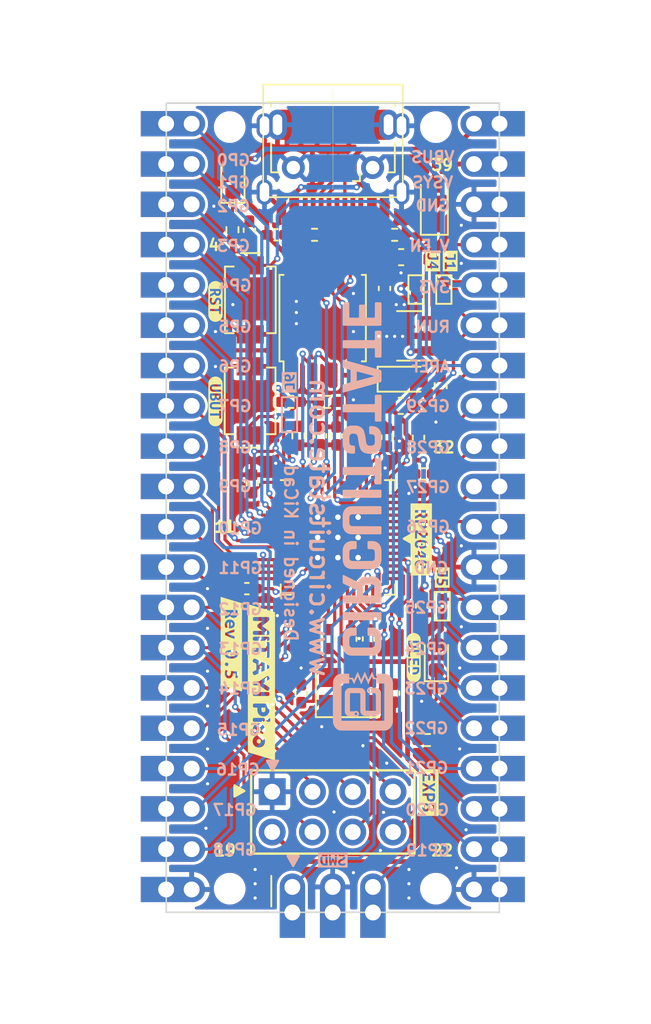
<source format=kicad_pcb>
(kicad_pcb (version 20221018) (generator pcbnew)
  (title_block (title "Mitayi Pico - PCB") (date "2023-02-20") (rev "0.5") (company "CIRCUITSTATE Electronics LLP") (comment 1 "Designed by Vishnu Mohanan") (comment 2 "Copyright 2021-2023 CIRCUITSTATE Electronics LLP") (comment 3 "Released under MIT Open-source License"))
  (layers (0 "F.Cu" signal) (31 "B.Cu" signal) (34 "B.Paste" user) (35 "F.Paste" user) (36 "B.SilkS" user "B.Silkscreen") (37 "F.SilkS" user "F.Silkscreen") (38 "B.Mask" user) (39 "F.Mask" user) (44 "Edge.Cuts" user))
  (net 0 "")
  (net 1 "+1V1")
  (net 2 "GND")
  (net 3 "+3V3")
  (net 4 "VBUS")
  (net 5 "/RUN")
  (net 6 "/XIN")
  (net 7 "Net-(C16-Pad1)")
  (net 8 "/USB_D+")
  (net 9 "/USB_D-")
  (net 10 "Net-(C18-Pad1)")
  (net 11 "Net-(D2-Pad1)")
  (net 12 "/GPIO0")
  (net 13 "/GPIO1")
  (net 14 "/GPIO2")
  (net 15 "/GPIO3")
  (net 16 "/GPIO4")
  (net 17 "/GPIO5")
  (net 18 "/GPIO6")
  (net 19 "/GPIO7")
  (net 20 "/GPIO8")
  (net 21 "/GPIO9")
  (net 22 "/GPIO10")
  (net 23 "/GPIO11")
  (net 24 "/GPIO12")
  (net 25 "/GPIO13")
  (net 26 "/GPIO14")
  (net 27 "/GPIO15")
  (net 28 "/GPIO16")
  (net 29 "/GPIO17")
  (net 30 "/GPIO18")
  (net 31 "/V_EN")
  (net 32 "/~{USB_BOOT}")
  (net 33 "/AREF")
  (net 34 "/GPIO29")
  (net 35 "/GPIO28")
  (net 36 "/GPIO27")
  (net 37 "/GPIO26")
  (net 38 "/GPIO25")
  (net 39 "/GPIO24")
  (net 40 "/GPIO23")
  (net 41 "/GPIO22")
  (net 42 "/GPIO21")
  (net 43 "/GPIO20")
  (net 44 "/GPIO19")
  (net 45 "/SWCLK")
  (net 46 "/SWDIO")
  (net 47 "/QSPI_SS")
  (net 48 "/XOUT")
  (net 49 "/QSPI_SD1")
  (net 50 "/QSPI_SD2")
  (net 51 "/QSPI_SD0")
  (net 52 "/QSPI_SCLK")
  (net 53 "/QSPI_SD3")
  (net 54 "Net-(R5-Pad2)")
  (net 55 "Net-(R6-Pad2)")
  (net 56 "Net-(D2-Pad2)")
  (net 57 "Net-(D3-Pad1)")
  (net 59 "/VSYS")
  (net 60 "Net-(J2-PadA5)")
  (net 62 "Net-(J2-PadB5)")
  (net 64 "Net-(JP6-Pad2)")
  (footprint "CIRCUITSTATE_Jumper_SMD:Solder-Jumper_2P_Open_0402" (layer "F.Cu") (at 154.1 95.31 -90)
    (fp_text reference "JP5" hide)
    (fp_text value "DEB_EN")
  )
  (footprint "LED_SMD:LED_0603_1608Metric" (layer "F.Cu") (at 153.73 98.55 90)
    (fp_text reference "D2" hide)
    (fp_text value "DBG_LED")
  )
  (footprint "Capacitor_SMD:C_0402_1005Metric_Pad0.74x0.62mm_HandSolder" (layer "F.Cu") (at 145.21 100.82 90)
    (fp_text reference "C17" hide)
    (fp_text value "30pF")
  )
  (footprint "Capacitor_SMD:C_0402_1005Metric_Pad0.74x0.62mm_HandSolder" (layer "F.Cu") (at 142.13 87.59 90)
    (fp_text reference "C12" hide)
    (fp_text value "100n")
  )
  (footprint "Capacitor_SMD:C_0603_1608Metric" (layer "F.Cu") (at 151.51 73.31 180)
    (fp_text reference "C13" hide)
    (fp_text value "10u")
  )
  (footprint "Capacitor_SMD:C_0402_1005Metric_Pad0.74x0.62mm_HandSolder" (layer "F.Cu") (at 141.78 94.2 180)
    (fp_text reference "C6" hide)
    (fp_text value "100n")
  )
  (footprint "Capacitor_SMD:C_0402_1005Metric_Pad0.74x0.62mm_HandSolder" (layer "F.Cu") (at 152.605 84.67 90)
    (fp_text reference "C11" hide)
    (fp_text value "100n")
  )
  (footprint "kibuzzard-631DD065" (layer "F.Cu") (at 153.25 107.05 -90)
    (fp_text reference "kibuzzard-631DD065" hide)
    (fp_text value "G***" hide)
  )
  (footprint "kibuzzard-632CA15B" (layer "F.Cu") (at 152.775 91.1 -90)
    (fp_text reference "kibuzzard-632CA15B" hide)
    (fp_text value "G***" hide)
  )
  (footprint "Capacitor_SMD:C_0402_1005Metric_Pad0.74x0.62mm_HandSolder" (layer "F.Cu") (at 141.94 71.61 90)
    (fp_text reference "C19" hide)
    (fp_text value "1u")
  )
  (footprint "Resistor_SMD:R_0402_1005Metric_Pad0.72x0.64mm_HandSolder" (layer "F.Cu") (at 144.55 82.43 180)
    (fp_text reference "R2" hide)
    (fp_text value "1k")
  )
  (footprint "Resistor_SMD:R_0402_1005Metric_Pad0.72x0.64mm_HandSolder" (layer "F.Cu") (at 153.17 103.74 180)
    (fp_text reference "R7" hide)
    (fp_text value "470R")
  )
  (footprint "MountingHole:MountingHole_2.2mm_M2" (layer "F.Cu") (at 153.7 113.11)
    (fp_text reference "H3" hide)
    (fp_text value "MountingHole")
  )
  (footprint "Resistor_SMD:R_0402_1005Metric_Pad0.72x0.64mm_HandSolder" (layer "F.Cu") (at 146.92 97.38 -90)
    (fp_text reference "R10" hide)
    (fp_text value "1k")
  )
  (footprint "kibuzzard-631DCDB3" (layer "F.Cu") (at 153.5 73.55 -90)
    (fp_text reference "kibuzzard-631DCDB3" hide)
    (fp_text value "G***" hide)
  )
  (footprint "Capacitor_SMD:C_0402_1005Metric_Pad0.74x0.62mm_HandSolder" (layer "F.Cu") (at 152.93 86.97)
    (fp_text reference "C10" hide)
    (fp_text value "100n")
  )
  (footprint "CIRCUITSTATE-QFN:RP2040-QFN-56" (layer "F.Cu") (at 147.52 90.97)
    (fp_text reference "U3" hide)
    (fp_text value "RP2040")
  )
  (footprint "Resistor_SMD:R_0402_1005Metric_Pad0.72x0.64mm_HandSolder" (layer "F.Cu") (at 148.525 84.65 -90)
    (fp_text reference "R5" hide)
    (fp_text value "27R")
  )
  (footprint "Capacitor_SMD:C_0402_1005Metric_Pad0.74x0.62mm_HandSolder" (layer "F.Cu") (at 149.45 97.37 -90)
    (fp_text reference "C2" hide)
    (fp_text value "100n")
  )
  (footprint "Package_SO:SOIC-8_5.23x5.23mm_P1.27mm" (layer "F.Cu") (at 146.56 77.15 90)
    (fp_text reference "U1" hide)
    (fp_text value "W25Q128JVS")
  )
  (footprint "Capacitor_SMD:C_0402_1005Metric_Pad0.74x0.62mm_HandSolder" (layer "F.Cu") (at 147.42 84.575 90)
    (fp_text reference "C5" hide)
    (fp_text value "1u")
  )
  (footprint "Resistor_SMD:R_0402_1005Metric_Pad0.72x0.64mm_HandSolder" (layer "F.Cu") (at 146.88 82.43 180)
    (fp_text reference "R1" hide)
    (fp_text value "DNP")
  )
  (footprint "Capacitor_SMD:C_0402_1005Metric_Pad0.74x0.62mm_HandSolder" (layer "F.Cu") (at 150.63 84.66 90)
    (fp_text reference "C4" hide)
    (fp_text value "1u")
  )
  (footprint "Capacitor_SMD:C_0402_1005Metric_Pad0.74x0.62mm_HandSolder" (layer "F.Cu") (at 143.61 71.9)
    (fp_text reference "C1" hide)
    (fp_text value "100n")
  )
  (footprint "Connector_PinHeader_2.54mm:PinHeader_1x03_P2.54mm_Vertical" (layer "F.Cu") (at 144.65 113 90)
    (fp_text reference "J5" hide)
    (fp_text value "SWD")
  )
  (footprint "CIRCUITSTATE_Jumper_SMD:Solder-Jumper_2P_Open_0402" (layer "F.Cu") (at 154.2 75.35 90)
    (fp_text reference "JP1" hide)
    (fp_text value "AREF_SEL")
  )
  (footprint "Resistor_SMD:R_0402_1005Metric_Pad0.72x0.64mm_HandSolder" (layer "F.Cu") (at 154 81.41 -90)
    (fp_text reference "R9" hide)
    (fp_text value "10K")
  )
  (footprint "Capacitor_SMD:C_0402_1005Metric_Pad0.74x0.62mm_HandSolder" (layer "F.Cu") (at 148.33 97.38 90)
    (fp_text reference "C9" hide)
    (fp_text value "100n")
  )
  (footprint "Capacitor_SMD:C_0402_1005Metric_Pad0.74x0.62mm_HandSolder" (layer "F.Cu") (at 152.8 95.29 -90)
    (fp_text reference "C8" hide)
    (fp_text value "100n")
  )
  (footprint "Capacitor_SMD:C_0603_1608Metric" (layer "F.Cu") (at 151.49 82.68)
    (fp_text reference "C15" hide)
    (fp_text value "10u")
  )
  (footprint "MountingHole:MountingHole_2.2mm_M2" (layer "F.Cu") (at 140.7 113.11)
    (fp_text reference "H2" hide)
    (fp_text value "MountingHole")
  )
  (footprint "CIRCUITSTATE_Connector_USB:Korean-Hroparts-Elec_TYPE-C-31-M-12" (layer "F.Cu") (at 147.21 65.03 180)
    (fp_text reference "J2" hide)
    (fp_text value "USB_C_Receptacle_USB2.0")
  )
  (footprint "Capacitor_SMD:C_0402_1005Metric_Pad0.74x0.62mm_HandSolder" (layer "F.Cu") (at 150.46 75.28 90)
    (fp_text reference "C16" hide)
    (fp_text value "470pF")
  )
  (footprint "CIRCUITSTATE_Jumper_SMD:Solder-Jumper_2P_Open_0402" (layer "F.Cu") (at 152.45 75.35 -90)
    (fp_text reference "JP4" hide)
    (fp_text value "VR1_CE")
  )
  (footprint "Resistor_SMD:R_0402_1005Metric_Pad0.72x0.64mm_HandSolder" (layer "F.Cu") (at 146.05 71.9 180)
    (fp_text reference "R4" hide)
    (fp_text value "5.1K")
  )
  (footprint "Crystal:Crystal_SMD_3225-4Pin_3.2x2.5mm" (layer "F.Cu") (at 148.13 100.65)
    (fp_text reference "Y1" hide)
    (fp_text value "YIC-12M20P2/XT324-10/10")
  )
  (footprint "Resistor_SMD:R_0402_1005Metric_Pad0.72x0.64mm_HandSolder" (layer "F.Cu") (at 140.87 71.58 90)
    (fp_text reference "R8" hide)
    (fp_text value "470R")
  )
  (footprint "Diode_SMD:D_SOD-323_HandSoldering" (layer "F.Cu") (at 153.6 70 90)
    (fp_text reference "D1" hide)
    (fp_text value "PMEG4005EJ")
  )
  (footprint "LED_SMD:LED_0603_1608Metric" (layer "F.Cu") (at 140.9 68.4 90)
    (fp_text reference "D3" hide)
    (fp_text value "POW_LED")
  )
  (footprint "MountingHole:MountingHole_2.2mm_M2" (layer "F.Cu") (at 153.7 65.11)
    (fp_text reference "H4" hide)
    (fp_text value "MountingHole")
  )
  (footprint "Connector_USB:USB_Micro-B_Molex-105017-0001" (layer "F.Cu") (at 147.21 66.2 180)
    (fp_text reference "J6" hide)
    (fp_text value "USB_B_Micro")
  )
  (footprint "kibuzzard-631DCE60" (layer "F.Cu") (at 154.1 93.5 -90)
    (fp_text reference "kibuzzard-631DCE60" hide)
    (fp_text value "G***" hide)
  )
  (footprint "MountingHole:MountingHole_2.2mm_M2" (layer "F.Cu") (at 140.7 65.11)
    (fp_text reference "H1" hide)
    (fp_text value "MountingHole")
  )
  (footprint "kibuzzard-632C7F13" (layer "F.Cu") (at 142.7 100.1 -90)
    (fp_text reference "kibuzzard-632C7F13" hide)
    (fp_text value "G***" hide)
  )
  (footprint "CIRCUITSTATE_Switch_SMD:CK_SW_SPST_UK-B0273-SP25Y" (layer "F.Cu") (at 142 76 -90)
    (fp_text reference "SW1" hide)
    (fp_text value "Reset")
  )
  (footprint "Capacitor_SMD:C_0402_1005Metric_Pad0.74x0.62mm_HandSolder" (layer "F.Cu") (at 151.03 100.79 -90)
    (fp_text reference "C18" hide)
    (fp_text value "30pF")
  )
  (footprint "kibuzzard-631DCCA6" (layer "F.Cu") (at 139.8 82.4 -90)
    (fp_text reference "kibuzzard-631DCCA6" hide)
    (fp_text value "G***" hide)
  )
  (footprint "kibuzzard-631DCCC7" (layer "F.Cu") (at 139.8 76.1 -90)
    (fp_text reference "kibuzzard-631DCCC7" hide)
    (fp_text value "G***" hide)
  )
  (footprint "Capacitor_SMD:C_0402_1005Metric_Pad0.74x0.62mm_HandSolder" (layer "F.Cu") (at 146.42 84.57 90)
    (fp_text reference "C7" hide)
    (fp_text value "100n")
  )
  (footprint "kibuzzard-63B95AA9" (layer "F.Cu") (at 140.8 97.7 -90)
    (fp_text reference "kibuzzard-63B95AA9" hide)
    (fp_text value "G***" hide)
  )
  (footprint "Resistor_SMD:R_0402_1005Metric_Pad0.72x0.64mm_HandSolder" (layer "F.Cu") (at 149.525 84.65 -90)
    (fp_text reference "R6" hide)
    (fp_text value "27R")
  )
  (footprint "kibuzzard-631DCD0C" (layer "F.Cu") (at 152.3 98.55 -90)
    (fp_text reference "kibuzzard-631DCD0C" hide)
    (fp_text value "G***" hide)
  )
  (footprint "CIRCUITSTATE-Connector-Pin-Headers:PinHeader_1x20_2H_P2.54mm_Vertical" (layer "F.Cu") (at 138.3 64.9)
    (fp_text reference "J3" hide)
    (fp_text value "Header_1")
  )
  (footprint "Capacitor_Tantalum_SMD:CP_EIA-2012-12_Kemet-R" (layer "F.Cu") (at 151.735 81)
    (fp_text reference "C14" hide)
    (fp_text value "2.2uF")
  )
  (footprint "Resistor_SMD:R_0402_1005Metric_Pad0.72x0.64mm_HandSolder" (layer "F.Cu") (at 151.1 71.9)
    (fp_text reference "R3" hide)
    (fp_text value "5.1K")
  )
  (footprint "Package_TO_SOT_SMD:SOT-23-5" (layer "F.Cu") (at 152.05 78.27 180)
    (fp_text reference "U2" hide)
    (fp_text value "MIC5219-3.3YM5")
  )
  (footprint "Resistor_SMD:R_0402_1005Metric_Pad0.72x0.64mm_HandSolder" (layer "F.Cu") (at 145.03 84.57 -90)
    (fp_text reference "R11" hide)
    (fp_text value "5.1K")
  )
  (footprint "CIRCUITSTATE_Switch_SMD:CK_SW_SPST_UK-B0273-SP25Y" (layer "F.Cu") (at 141.985 82.365 90)
    (fp_text reference "SW2" hide)
    (fp_text value "UBUT")
  )
  (footprint "kibuzzard-631DCDA0" (layer "F.Cu") (at 154.6 73.55 -90)
    (fp_text reference "kibuzzard-631DCDA0" hide)
    (fp_text value "G***" hide)
  )
  (footprint "kibuzzard-631DD76C" (layer "B.Cu") (at 147.2 111.3 180)
    (fp_text reference "kibuzzard-631DD76C" hide)
    (fp_text value "G***" hide)
  )
  (footprint "Connector_PinHeader_2.54mm:PinHeader_2x04_P2.54mm_Vertical" (layer "B.Cu") (at 143.375 107 -90)
    (fp_text reference "J1" hide)
    (fp_text value "EXP8")
  )
  (footprint "CIRCUITSTATE_Jumper_SMD:Solder-Jumper_3P_Open_0402" (layer "B.Cu") (at 144.465 83.235 -90)
    (fp_text reference "JP6" hide)
    (fp_text value "UBUT_SEL")
  )
  (footprint "CIRCUITSTATE-Graphics:Circuitstate-Logomark-27x3.8mm" (layer "B.Cu") (at 149.1 89.65 90)
    (fp_text reference "G***" hide)
    (fp_text value "LOGO" hide)
  )
  (footprint "LOGO" (layer "B.Cu") (at 146.9 71.9 180)
    (fp_text reference "G***" hide)
    (fp_text value "LOGO" hide)
  )
  (footprint "kibuzzard-631DCE29" (layer "B.Cu") (at 144.45 81.2 90)
    (fp_text reference "kibuzzard-631DCE29" hide)
    (fp_text value "G***" hide)
  )
  (footprint "CIRCUITSTATE-Connector-Pin-Headers:PinHeader_1x20_2H_P2.54mm_Vertical" (layer "B.Cu") (at 156.1 64.9 180)
    (fp_text reference "J4" hide)
    (fp_text value "Header_2")
  )
  (gr_line (start 152.35 110.9) (end 142.05 110.9) (stroke (width 0.15)) (layer "F.SilkS"))
  (gr_line (start 152.35 105.65) (end 152.35 110.9) (stroke (width 0.15)) (layer "F.SilkS"))
  (gr_line (start 152.35 105.65) (end 142.05 105.65) (stroke (width 0.15)) (layer "F.SilkS"))
  (gr_line (start 142.05 110.9) (end 142.05 105.65) (stroke (width 0.15)) (layer "F.SilkS"))
  (gr_line (start 136.7 63.6) (end 157.7 63.6) (stroke (width 0.1)) (layer "Edge.Cuts"))
  (gr_line (start 157.7 114.6) (end 136.7 114.6) (stroke (width 0.1)) (layer "Edge.Cuts"))
  (gr_line (start 157.7 63.6) (end 157.7 114.6) (stroke (width 0.1)) (layer "Edge.Cuts"))
  (gr_line (start 136.7 114.6) (end 136.7 63.6) (stroke (width 0.1)) (layer "Edge.Cuts"))
  (gr_text "GP18" (at 139.55 110.65) (layer "B.SilkS") (effects (font (size 0.7 0.7)) (justify right mirror)))
  (gr_text "GP5" (at 139.9 77.7) (layer "B.SilkS") (effects (font (size 0.7 0.7)) (justify right mirror)))
  (gr_text "GP24" (at 153.1 98) (layer "B.SilkS") (effects (font (size 0.7 0.7)) (justify mirror)))
  (gr_text "GP29" (at 153.2 82.7) (layer "B.SilkS") (effects (font (size 0.7 0.7)) (justify mirror)))
  (gr_text "GND" (at 153.5 70.05) (layer "B.SilkS") (effects (font (size 0.7 0.7)) (justify mirror)))
  (gr_text "GND" (at 153.4 92.9) (layer "B.SilkS") (effects (font (size 0.7 0.7)) (justify mirror)))
  (gr_text "VSYS" (at 153.5 68.6) (layer "B.SilkS") (effects (font (size 0.7 0.7)) (justify mirror)))
  (gr_text "GP1" (at 139.8 68.6) (layer "B.SilkS") (effects (font (size 0.7 0.7)) (justify right mirror)))
  (gr_text "AREF" (at 153.3 80.2) (layer "B.SilkS") (effects (font (size 0.7 0.7)) (justify mirror)))
  (gr_text "GP13" (at 139.9 98) (layer "B.SilkS") (effects (font (size 0.7 0.7)) (justify right mirror)))
  (gr_text "GP0" (at 139.8 67.2) (layer "B.SilkS") (effects (font (size 0.7 0.7)) (justify right mirror)))
  (gr_text "VBUS" (at 153.5 67) (layer "B.SilkS") (effects (font (size 0.7 0.7)) (justify mirror)))
  (gr_text "www.circuitstate.com" (at 146.35 80.8 -90) (layer "B.SilkS") (effects (font (size 1.2 1.2) (thickness 0.2)) (justify right mirror)))
  (gr_text "Designed in KiCad" (at 144.55 86.3 -90) (layer "B.SilkS") (effects (font (size 0.8 0.8)) (justify right mirror)))
  (gr_text "GP4" (at 139.9 75.1) (layer "B.SilkS") (effects (font (size 0.7 0.7)) (justify right mirror)))
  (gr_text "GP27" (at 153.2 87.8) (layer "B.SilkS") (effects (font (size 0.7 0.7)) (justify mirror)))
  (gr_text "RUN" (at 153.5 77.7) (layer "B.SilkS") (effects (font (size 0.7 0.7)) (justify mirror)))
  (gr_text "GP11" (at 139.9 92.9) (layer "B.SilkS") (effects (font (size 0.7 0.7)) (justify right mirror)))
  (gr_text "GP7" (at 139.9 82.7) (layer "B.SilkS") (effects (font (size 0.7 0.7)) (justify right mirror)))
  (gr_text "GP25" (at 153.1 95.4) (layer "B.SilkS") (effects (font (size 0.7 0.7)) (justify mirror)))
  (gr_text "GP16" (at 139.75 105.6) (layer "B.SilkS") (effects (font (size 0.7 0.7)) (justify right mirror)))
  (gr_text "GP22" (at 153.1 103) (layer "B.SilkS") (effects (font (size 0.7 0.7)) (justify mirror)))
  (gr_text "▼" (at 143.4 105.3) (layer "B.SilkS") (effects (font (size 0.8 0.8)) (justify mirror)))
  (gr_text "3V3" (at 153.6 75.2) (layer "B.SilkS") (effects (font (size 0.7 0.7)) (justify mirror)))
  (gr_text "GP2" (at 139.8 70.1) (layer "B.SilkS") (effects (font (size 0.7 0.7)) (justify right mirror)))
  (gr_text "GP26" (at 153.2 90.3) (layer "B.SilkS") (effects (font (size 0.7 0.7)) (justify mirror)))
  (gr_text "GP6" (at 139.9 80.2) (layer "B.SilkS") (effects (font (size 0.7 0.7)) (justify right mirror)))
  (gr_text "GP20" (at 153.15 108.15) (layer "B.SilkS") (effects (font (size 0.7 0.7)) (justify mirror)))
  (gr_text "GP12" (at 139.9 95.5) (layer "B.SilkS") (effects (font (size 0.7 0.7)) (justify right mirror)))
  (gr_text "GP17" (at 139.55 108.15) (layer "B.SilkS") (effects (font (size 0.7 0.7)) (justify right mirror)))
  (gr_text "GP19" (at 153.2 110.7) (layer "B.SilkS") (effects (font (size 0.7 0.7)) (justify mirror)))
  (gr_text "GP28" (at 153.2 85.3) (layer "B.SilkS") (effects (font (size 0.7 0.7)) (justify mirror)))
  (gr_text "GP21" (at 153.1 105.5) (layer "B.SilkS") (effects (font (size 0.7 0.7)) (justify mirror)))
  (gr_text "▼" (at 144.7 111.3) (layer "B.SilkS") (effects (font (size 0.8 0.8)) (justify mirror)))
  (gr_text "GP8" (at 139.9 85.3) (layer "B.SilkS") (effects (font (size 0.7 0.7)) (justify right mirror)))
  (gr_text "GP10" (at 139.9 90.4) (layer "B.SilkS") (effects (font (size 0.7 0.7)) (justify right mirror)))
  (gr_text "GP9" (at 139.9 87.75) (layer "B.SilkS") (effects (font (size 0.7 0.7)) (justify right mirror)))
  (gr_text "V_EN" (at 153.3 72.6) (layer "B.SilkS") (effects (font (size 0.7 0.7)) (justify mirror)))
  (gr_text "GP23" (at 153.1 100.5) (layer "B.SilkS") (effects (font (size 0.7 0.7)) (justify mirror)))
  (gr_text "GP15" (at 139.8 103.1) (layer "B.SilkS") (effects (font (size 0.7 0.7)) (justify right mirror)))
  (gr_text "GP14" (at 139.9 100.5) (layer "B.SilkS") (effects (font (size 0.7 0.7)) (justify right mirror)))
  (gr_text "GP3" (at 139.8 72.6) (layer "B.SilkS") (effects (font (size 0.7 0.7)) (justify right mirror)))
  (gr_text "39" (at 154.1 67.5) (layer "F.SilkS") (effects (font (size 0.7 0.7))))
  (gr_text "32" (at 154.2 85.3) (layer "F.SilkS") (effects (font (size 0.7 0.7))))
  (gr_text "▼" (at 141.25 106.95 90) (layer "F.SilkS") (effects (font (size 0.8 0.8))))
  (gr_text "11" (at 140.4 90.3) (layer "F.SilkS") (effects (font (size 0.7 0.7))))
  (gr_text "22" (at 154.1 110.7) (layer "F.SilkS") (effects (font (size 0.7 0.7))))
  (gr_text "4" (at 139.7 72.55) (layer "F.SilkS") (effects (font (size 0.7 0.7))))
  (gr_text "19" (at 140.4 110.7) (layer "F.SilkS") (effects (font (size 0.7 0.7))))
  (gr_text "▼" (at 152.05 91.05 270) (layer "F.SilkS") (effects (font (size 0.8 0.8))))
  (segment (start 149.6 92.465736) (end 149.6 89.2) (width 0.2) (layer "F.Cu") (net 1))
  (segment (start 149.2 88.8) (end 147.7 88.8) (width 0.2) (layer "F.Cu") (net 1))
  (segment (start 149.6 89.2) (end 149.2 88.8) (width 0.2) (layer "F.Cu") (net 1))
  (segment (start 150 85.9) (end 150 85.8575) (width 0.2) (layer "F.Cu") (net 1))
  (segment (start 149.45 96.8025) (end 149.45 96.69727) (width 0.2) (layer "F.Cu") (net 1))
  (segment (start 147.32 87.5325) (end 147.32 88.42) (width 0.2) (layer "F.Cu") (net 1))
  (segment (start 149.32 86.58) (end 149.32 87.5325) (width 0.2) (layer "F.Cu") (net 1))
  (segment (start 147.7 88.8) (end 147.5 88.6) (width 0.2) (layer "F.Cu") (net 1))
  (segment (start 150 85.8575) (end 150.63 85.2275) (width 0.2) (layer "F.Cu") (net 1))
  (segment (start 150 85.9) (end 149.32 86.58) (width 0.2) (layer "F.Cu") (net 1))
  (segment (start 148.12 94.4075) (end 148.12 93.945736) (width 0.2) (layer "F.Cu") (net 1))
  (segment (start 148.12 95.36727) (end 148.12 94.4075) (width 0.2) (layer "F.Cu") (net 1))
  (segment (start 148.12 93.945736) (end 149.6 92.465736) (width 0.2) (layer "F.Cu") (net 1))
  (segment (start 149.45 96.69727) (end 148.12 95.36727) (width 0.2) (layer "F.Cu") (net 1))
  (segment (start 147.32 88.42) (end 147.5 88.6) (width 0.2) (layer "F.Cu") (net 1))
  (via (at 150 85.9) (size 0.4) (drill 0.2) (layers "F.Cu" "B.Cu") (net 1))
  (via (at 147.5 88.6) (size 0.4) (drill 0.2) (layers "F.Cu" "B.Cu") (net 1))
  (segment (start 148.4 88.6) (end 147.5 88.6) (width 0.2) (layer "B.Cu") (net 1))
  (segment (start 150 85.9) (end 150 87) (width 0.2) (layer "B.Cu") (net 1))
  (segment (start 150 87) (end 148.4 88.6) (width 0.2) (layer "B.Cu") (net 1))
  (segment (start 150.63 83.93) (end 150 83.3) (width 0.3) (layer "F.Cu") (net 2))
  (segment (start 146.52 94.4075) (end 146.52 95.68) (width 0.2) (layer "F.Cu") (net 2))
  (segment (start 152.265 82.68) (end 152.265 81.3575) (width 0.4) (layer "F.Cu") (net 2))
  (segment (start 150.735 73.31) (end 150.735 73.535) (width 0.4) (layer "F.Cu") (net 2))
  (segment (start 145.2 97) (end 145.2 99.2) (width 0.2) (layer "F.Cu") (net 2))
  (segment (start 144.11 70.13) (end 143.81 70.13) (width 0.3) (layer "F.Cu") (net 2))
  (segment (start 148.33 96.8125) (end 148.33 96.8175) (width 0.3) (layer "F.Cu") (net 2))
  (segment (start 153.1875 78.27) (end 151.63 78.27) (width 0.4) (layer "F.Cu") (net 2))
  (segment (start 146.52 95.68) (end 145.2 97) (width 0.2) (layer "F.Cu") (net 2))
  (segment (start 140.87 72.1775) (end 140.87 72.1125) (width 0.3) (layer "F.Cu") (net 2))
  (segment (start 151.63 78.27) (end 151.6 78.3) (width 0.4) (layer "F.Cu") (net 2))
  (segment (start 152.265 81.3575) (end 152.6225 81) (width 0.4) (layer "F.Cu") (net 2))
  (segment (start 143.81 70.13) (end 142.89 69.21) (width 0.3) (layer "F.Cu") (net 2))
  (segment (start 150.63 84.0925) (end 150.63 83.93) (width 0.3) (layer "F.Cu") (net 2))
  (segment (start 140.87 72.1125) (end 141.94 71.0425) (width 0.3) (layer "F.Cu") (net 2))
  (segment (start 148.85625 97.34375) (end 149.45 97.9375) (width 0.3) (layer "F.Cu") (net 2))
  (segment (start 150.735 73.535) (end 151.5 74.3) (width 0.4) (layer "F.Cu") (net 2))
  (segment (start 148.33 96.8175) (end 148.85625 97.34375) (width 0.3) (layer "F.Cu") (net 2))
  (via (at 152 112.8) (size 0.4) (drill 0.2) (layers "F.Cu" "B.Cu") (net 2))
  (via (at 152.4 87.8) (size 0.4) (drill 0.2) (layers "F.Cu" "B.Cu") (net 2))
  (via (at 146.5 102.9) (size 0.4) (drill 0.2) (layers "F.Cu" "B.Cu") (net 2))
  (via (at 155.3 73.7) (size 0.4) (drill 0.2) (layers "F.Cu" "B.Cu") (net 2))
  (via (at 142.3 113.7) (size 0.4) (drill 0.2) (layers "F.Cu" "B.Cu") (net 2))
  (via (at 151.7 76.3) (size 0.4) (drill 0.2) (layers "F.Cu" "B.Cu") (net 2))
  (via (at 151.4 85.5) (size 0.4) (drill 0.2) (layers "F.Cu" "B.Cu") (net 2))
  (via (at 150.6 105.2) (size 0.4) (drill 0.2) (layers "F.Cu" "B.Cu") (net 2))
  (via (at 151.6 78.3) (size 0.4) (drill 0.2) (layers "F.Cu" "B.Cu") (net 2))
  (via (at 150.5 86.6) (size 0.4) (drill 0.2) (layers "F.Cu" "B.Cu") (net 2))
  (via (at 153.7 83.7) (size 0.4) (drill 0.2) (layers "F.Cu" "B.Cu") (net 2))
  (via (at 149.1 104.1) (size 0.4) (drill 0.2) (layers "F.Cu" "B.Cu") (net 2))
  (via (at 148.5 78) (size 0.4) (drill 0.2) (layers "F.Cu" "B.Cu") (net 2))
  (via (at 155.3 91.5) (size 0.4) (drill 0.2) (layers "F.Cu" "B.Cu") (net 2))
  (via (at 144.9 76.8) (size 0.4) (drill 0.2) (layers "F.Cu" "B.Cu") (net 2))
  (via (at 150.2 110.7) (size 0.4) (drill 0.2) (layers "F.Cu" "B.Cu") (net 2))
  (via (at 150.4 108.3) (size 0.4) (drill 0.2) (layers "F.Cu" "B.Cu") (net 2))
  (via (at 140.9 76.3) (size 0.4) (drill 0.2) (layers "F.Cu" "B.Cu") (net 2))
  (via (at 155.2 99.2) (size 0.4) (drill 0.2) (layers "F.Cu" "B.Cu") (net 2))
  (via (at 143.6 86.3) (size 0.4) (drill 0.2) (layers "F.Cu" "B.Cu") (net 2))
  (via (at 139.2 109.3) (size 0.4) (drill 0.2) (layers "F.Cu" "B.Cu") (net 2))
  (via (at 151.4 84.9) (size 0.4) (drill 0.2) (layers "F.Cu" "B.Cu") (net 2))
  (via (at 139.7 70.1) (size 0.4) (drill 0.2) (layers "F.Cu" "B.Cu") (net 2))
  (via (at 139.3 96.7) (size 0.4) (drill 0.2) (layers "F.Cu" "B.Cu") (net 2))
  (via (at 152 113.7) (size 0.4) (drill 0.2) (layers "F.Cu" "B.Cu") (net 2))
  (via (at 139.3 99.4) (size 0.4) (drill 0.2) (layers "F.Cu" "B.Cu") (net 2))
  (via (at 152.8 101.3) (size 0.4) (drill 0.2) (layers "F.Cu" "B.Cu") (net 2))
  (via (at 148.85625 97.34375) (size 0.4) (drill 0.2) (layers "F.Cu" "B.Cu") (net 2))
  (via (at 150.6 78.3) (size 0.4) (drill 0.2) (layers "F.Cu" "B.Cu") (net 2))
  (via (at 155.6 109.4) (size 0.4) (drill 0.2) (layers "F.Cu" "B.Cu") (net 2))
  (via (at 148.5 112.1) (size 0.4) (drill 0.2) (layers "F.Cu" "B.Cu") (net 2))
  (via (at 151.5 74.3) (size 0.4) (drill 0.2) (layers "F.Cu" "B.Cu") (net 2))
  (via (at 139.8 80.2) (size 0.4) (drill 0.2) (layers "F.Cu" "B.Cu") (net 2))
  (via (at 151.1 78.3) (size 0.4) (drill 0.2) (layers "F.Cu" "B.Cu") (net 2))
  (via (at 155.3 96.6) (size 0.4) (drill 0.2) (layers "F.Cu" "B.Cu") (net 2))
  (via (at 144.9 76.1) (size 0.4) (drill 0.2) (layers "F.Cu" "B.Cu") (net 2))
  (via (at 139.3 106.5) (size 0.4) (drill 0.2) (layers "F.Cu" "B.Cu") (net 2))
  (via (at 139.3 101.6) (size 0.4) (drill 0.2) (layers "F.Cu" "B.Cu") (net 2))
  (via (at 145.2 99.2) (size 0.4) (drill 0.2) (layers "F.Cu" "B.Cu") (net 2))
  (via (at 148.5 82.3) (size 0.4) (drill 0.2) (layers "F.Cu" "B.Cu") (net 2))
  (via (at 150.1 78.3) (size 0.4) (drill 0.2) (layers "F.Cu" "B.Cu") (net 2))
  (via (at 139.3 94.2) (size 0.4) (drill 0.2) (layers "F.Cu" "B.Cu") (net 2))
  (via (at 155.3 71.3) (size 0.4) (drill 0.2) (layers "F.Cu" "B.Cu") (net 2))
  (via (at 144.9 77.5) (size 0.4) (drill 0.2) (layers "F.Cu" "B.Cu") (net 2))
  (via (at 147.275 108.275) (size 0.4) (drill 0.2) (layers "F.Cu" "B.Cu") (net 2))
  (via (at 142.3 112.8) (size 0.4) (drill 0.2) (layers "F.Cu" "B.Cu") (net 2))
  (via (at 155.2 104.3) (size 0.4) (drill 0.2) (layers "F.Cu" "B.Cu") (net 2))
  (via (at 152 111.9) (size 0.4) (drill 0.2) (layers "F.Cu" "B.Cu") (net 2))
  (via (at 142.3 111.9) (size 0.4) (drill 0.2) (layers "F.Cu" "B.Cu") (net 2))
  (via (at 139.8 78) (size 0.4) (drill 0.2) (layers "F.Cu" "B.Cu") (net 2))
  (via (at 148.5 75.6) (size 0.4) (drill 0.2) (layers "F.Cu" "B.Cu") (net 2))
  (via (at 151.2 76.3) (size 0.4) (drill 0.2) (layers "F.Cu" "B.Cu") (net 2))
  (via (at 143.7 95.9) (size 0.4) (drill 0.2) (layers "F.Cu" "B.Cu") (net 2))
  (via (at 155 111.8) (size 0.4) (drill 0.2) (layers "F.Cu" "B.Cu") (net 2))
  (via (at 139.3 104.3) (size 0.4) (drill 0.2) (layers "F.Cu" "B.Cu") (net 2))
  (via (at 152 88.2) (size 0.4) (drill 0.2) (layers "F.Cu" "B.Cu") (net 2))
  (segment (start 151.9 98.7) (end 152 98.6) (width 0.3) (layer "F.Cu") (net 3))
  (segment (start 147.72 87.5325) (end 148.12 87.5325) (width 0.2) (layer "F.Cu") (net 3))
  (segment (start 145.7625 85.1375) (end 145.7625 83.4375) (width 0.3) (layer "F.Cu") (net 3))
  (segment (start 146.42 85.1375) (end 147.415 85.1375) (width 0.3) (layer "F.Cu") (net 3))
  (segment (start 146.42 85.1375) (end 145.7625 85.1375) (width 0.3) (layer "F.Cu") (net 3))
  (segment (start 144.87 91.97) (end 144.87 92.12) (width 0.2) (layer "F.Cu") (net 3))
  (segment (start 153.1 110.4) (end 152.1 111.4) (width 0.3) (layer "F.Cu") (net 3))
  (segment (start 150.9575 91.97) (end 150.22 91.97) (width 0.2) (layer "F.Cu") (net 3))
  (segment (start 151.8 98.8) (end 151.9 98.7) (width 0.3) (layer "F.Cu") (net 3))
  (segment (start 142.7875 87.5) (end 142.13 88.1575) (width 0.2) (layer "F.Cu") (net 3))
  (segment (start 151.0125 79.9625) (end 151.0125 80.835) (width 0.3) (layer "F.Cu") (net 3))
  (segment (start 147.2 93.4) (end 147.72 93.92) (width 0.2) (layer "F.Cu") (net 3))
  (segment (start 151.8 83.765) (end 151.8 84.4325) (width 0.3) (layer "F.Cu") (net 3))
  (segment (start 154.4 79.6) (end 154.4 77.233604) (width 0.3) (layer "F.Cu") (net 3))
  (segment (start 154.0375 79.9625) (end 154.0375 80.775) (width 0.3) (layer "F.Cu") (net 3))
  (segment (start 149.72 87.5325) (end 149.72 88.32) (width 0.2) (layer "F.Cu") (net 3))
  (segment (start 150.9575 88.37) (end 152.3575 86.97) (width 0.2) (layer "F.Cu") (net 3))
  (segment (start 141.2125 67.6125) (end 141.9 68.3) (width 0.3) (layer "F.Cu") (net 3))
  (segment (start 150.8475 82.5475) (end 150.715 82.68) (width 0.3) (layer "F.Cu") (net 3))
  (segment (start 151.8 84.4325) (end 152.605 85.2375) (width 0.3) (layer "F.Cu") (net 3))
  (segment (start 150.715 82.68) (end 151.8 83.765) (width 0.3) (layer "F.Cu") (net 3))
  (segment (start 153.5 76.333604) (end 153.5 75.1) (width 0.3) (layer "F.Cu") (net 3))
  (segment (start 150 88.5) (end 149.87 88.37) (width 0.2) (layer "F.Cu") (net 3))
  (segment (start 146.8075 83.1) (end 147.4775 82.43) (width 0.3) (layer "F.Cu") (net 3))
  (segment (start 143.0425 71.9) (end 143.0425 71.9375) (width 0.3) (layer "F.Cu") (net 3))
  (segment (start 144.0825 87.9825) (end 143.6 87.5) (width 0.2) (layer "F.Cu") (net 3))
  (segment (start 152 98.6) (end 152 95.4) (width 0.3) (layer "F.Cu") (net 3))
  (segment (start 147.72 93.92) (end 147.72 94.4075) (width 0.2) (layer "F.Cu") (net 3))
  (segment (start 152.9695 93.973) (end 152.9695 92.811756) (width 0.2) (layer "F.Cu") (net 3))
  (segment (start 154.4 77.233604) (end 153.5 76.333604) (width 0.3) (layer "F.Cu") (net 3))
  (segment (start 147.72 94.4075) (end 147.72 97.62) (width 0.2) (layer "F.Cu") (net 3))
  (segment (start 148.33 97.9475) (end 149.1825 98.8) (width 0.3) (layer "F.Cu") (net 3))
  (segment (start 154.2 74.91) (end 155.95 74.91) (width 0.3) (layer "F.Cu") (net 3))
  (segment (start 151.0125 79.9625) (end 154.0375 79.9625) (width 0.3) (layer "F.Cu") (net 3))
  (segment (start 152.6775 94.7225) (end 152.8 94.7225) (width 0.3) (layer "F.Cu") (net 3))
  (segment (start 152.3625 85.48) (end 152.3625 86.0625) (width 0.3) (layer "F.Cu") (net 3))
  (segment (start 144.87 92.12) (end 145.625 92.875) (width 0.2) (layer "F.Cu") (net 3))
  (segment (start 145.7625 83.4375) (end 146.1 83.1) (width 0.3) (layer "F.Cu") (net 3))
  (segment (start 152.605 85.2375) (end 152.3625 85.48) (width 0.3) (layer "F.Cu") (net 3))
  (segment (start 152.8 94.1965) (end 152.8 94.7225) (width 0.3) (layer "F.Cu") (net 3))
  (segment (start 147.415 85.1375) (end 147.42 85.1425) (width 0.3) (layer "F.Cu") (net 3))
  (segment (start 145.235 111.4) (end 143.375 109.54) (width 0.3) (layer "F.Cu") (net 3))
  (segment (start 147.72 87.5325) (end 147.72 85.4425) (width 0.2) (layer "F.Cu") (net 3))
  (segment (start 148.37 88.37) (end 149.77 88.37) (width 0.2) (layer "F.Cu") (net 3))
  (segment (start 155.95 74.91) (end 156.1 75.06) (width 0.3) (layer "F.Cu") (net 3))
  (segment (start 151.915 104.915) (end 153.1 106.1) (width 0.3) (layer "F.Cu") (net 3))
  (segment (start 149.72 88.32) (end 149.77 88.37) (width 0.2) (layer "F.Cu") (net 3))
  (segment (start 143.0425 71.9375) (end 144.655 73.55) (width 0.3) (layer "F.Cu") (net 3))
  (segment (start 154.0375 79.9625) (end 154.4 79.6) (width 0.3) (layer "F.Cu") (net 3))
  (segment (start 152 95.4) (end 152.6775 94.7225) (width 0.3) (layer "F.Cu") (net 3))
  (segment (start 150 91.75) (end 150 88.5) (width 0.2) (layer "F.Cu") (net 3))
  (segment (start 145.7625 85.1375) (end 145.06 85.1375) (width 0.3) (layer "F.Cu") (net 3))
  (segment (start 150.22 91.97) (end 150 91.75) (width 0.2) (layer "F.Cu") (net 3))
  (segment (start 151.9 103.3) (end 151.915 103.315) (width 0.3) (layer "F.Cu") (net 3))
  (segment (start 153.5 75.1) (end 153.69 74.91) (width 0.3) (layer "F.Cu") (net 3))
  (segment (start 147.72 85.4425) (end 147.42 85.1425) (width 0.2) (layer "F.Cu") (net 3))
  (segment (start 143.6 87.5) (end 142.7875 87.5) (width 0.2) (layer "F.Cu") (net 3))
  (segment (start 153.1 106.1) (end 153.1 110.4) (width 0.3) (layer "F.Cu") (net 3))
  (segment (start 148.12 88.12) (end 148.37 88.37) (width 0.2) (layer "F.Cu") (net 3))
  (segment (start 152.1 111.4) (end 145.235 111.4) (width 0.3) (layer "F.Cu") (net 3))
  (segment (start 153.69 74.91) (end 154.2 74.91) (width 0.3) (layer "F.Cu") (net 3))
  (segment (start 148.0475 97.9475) (end 148.33 97.9475) (width 0.2) (layer "F.Cu") (net 3))
  (segment (start 143.0425 71.0425) (end 143.0425 71.9) (width 0.3) (layer "F.Cu") (net 3))
  (segment (start 151.0125 80.835) (end 150.8475 81) (width 0.3) (layer "F.Cu") (net 3))
  (segment (start 141.9 68.3) (end 141.9 69.9) (width 0.3) (layer "F.Cu") (net 3))
  (segment (start 144.87 88.57) (end 144.67 88.37) (width 0.2) (layer "F.Cu") (net 3))
  (segment (start 149.77 88.37) (end 149.87 88.37) (width 0.2) (layer "F.Cu") (net 3))
  (segment (start 151.0125 79.32) (end 151.0125 79.9625) (width 0.3) (layer "F.Cu") (net 3))
  (segment (start 148.12 87.5325) (end 148.12 88.12) (width 0.2) (layer "F.Cu") (net 3))
  (segment (start 144.0825 88.37) (end 144.0825 87.9825) (width 0.2) (layer "F.Cu") (net 3))
  (segment (start 145.625 92.875) (end 146.15 93.4) (width 0.2) (layer "F.Cu") (net 3))
  (segment (start 151.9 98.7) (end 151.9 103.3) (width 0.3) (layer "F.Cu") (net 3))
  (segment (start 150.8475 81) (end 150.8475 82.5475) (width 0.3) (layer "F.Cu") (net 3))
  (segment (start 145.06 85.1375) (end 145.03 85.1675) (width 0.3) (layer "F.Cu") (net 3))
  (segment (start 143.4 94.2) (end 143.6 94.4) (width 0.2) (layer "F.Cu") (net 3))
  (segment (start 152.3575 86.97) (end 152.3625 86.97) (width 0.2) (layer "F.Cu") (net 3))
  (segment (start 144.67 88.37) (end 144.0825 88.37) (width 0.2) (layer "F.Cu") (net 3))
  (segment (start 150.9125 79.22) (end 151.0125 79.32) (width 0.3) (layer "F.Cu") (net 3))
  (segment (start 142.3 67.1) (end 141.4125 67.1) (width 0.3) (layer "F.Cu") (net 3))
  (segment (start 147.72 97.62) (end 148.0475 97.9475) (width 0.2) (layer "F.Cu") (net 3))
  (segment (start 149.1825 98.8) (end 151.8 98.8) (width 0.3) (layer "F.Cu") (net 3))
  (segment (start 152.9695 92.811756) (end 152.127744 91.97) (width 0.2) (layer "F.Cu") (net 3))
  (segment (start 141.9 69.9) (end 143.0425 71.0425) (width 0.3) (layer "F.Cu") (net 3))
  (segment (start 145.3 93.2) (end 145.625 92.875) (width 0.2) (layer "F.Cu") (net 3))
  (segment (start 151.915 103.315) (end 151.915 104.915) (width 0.3) (layer "F.Cu") (net 3))
  (segment (start 144.87 91.97) (end 144.0825 91.97) (width 0.2) (layer "F.Cu") (net 3))
  (segment (start 149.87 88.37) (end 150.9575 88.37) (width 0.2) (layer "F.Cu") (net 3))
  (segment (start 152.127744 91.97) (end 150.9575 91.97) (width 0.2) (layer "F.Cu") (net 3))
  (segment (start 154.0375 80.775) (end 154 80.8125) (width 0.3) (layer "F.Cu") (net 3))
  (segment (start 152.9965 94) (end 152.8 94.1965) (width 0.3) (layer "F.Cu") (net 3))
  (segment (start 140.9 67.6125) (end 141.2125 67.6125) (width 0.3) (layer "F.Cu") (net 3))
  (segment (start 141.4125 67.1) (end 140.9 67.6125) (width 0.3) (layer "F.Cu") (net 3))
  (segment (start 152.3625 86.0625) (end 152.3625 86.97) (width 0.3) (layer "F.Cu") (net 3))
  (segment (start 144.87 91.97) (end 144.87 88.57) (width 0.2) (layer "F.Cu") (net 3))
  (segment (start 152.4 86.1) (end 152.3625 86.0625) (width 0.3) (layer "F.Cu") (net 3))
  (segment (start 152.9 86.1) (end 152.4 86.1) (width 0.3) (layer "F.Cu") (net 3))
  (segment (start 142.3475 94.2) (end 143.4 94.2) (width 0.2) (layer "F.Cu") (net 3))
  (segment (start 152.9965 94) (end 152.9695 93.973) (width 0.2) (layer "F.Cu") (net 3))
  (segment (start 146.15 93.4) (end 147.2 93.4) (width 0.2) (layer "F.Cu") (net 3))
  (segment (start 146.1 83.1) (end 146.8075 83.1) (width 0.3) (layer "F.Cu") (net 3))
  (via (at 142.3 67.1) (size 0.4) (drill 0.2) (layers "F.Cu" "B.Cu") (net 3))
  (via (at 145.3 93.2) (size 0.4) (drill 0.2) (layers "F.Cu" "B.Cu") (net 3))
  (via (at 152.9965 94) (size 0.508) (drill 0.254) (layers "F.Cu" "B.Cu") (net 3))
  (via (at 143.6 94.4) (size 0.4) (drill 0.2) (layers "F.Cu" "B.Cu") (net 3))
  (via (at 152.9 86.1) (size 0.508) (drill 0.254) (layers "F.Cu" "B.Cu") (net 3))
  (segment (start 144.1 94.4) (end 145.3 93.2) (width 0.2) (layer "B.Cu") (net 3))
  (segment (start 152.92 86.12) (end 152.9 86.1) (width 0.3) (layer "B.Cu") (net 3))
  (segment (start 152.1 66.5) (end 142.9 66.5) (width 0.3) (layer "B.Cu") (net 3))
  (segment (start 152.92 93.9235) (end 152.92 86.12) (width 0.3) (layer "B.Cu") (net 3))
  (segment (start 142.9 66.5) (end 142.3 67.1) (width 0.3) (layer "B.Cu") (net 3))
  (segment (start 143.6 94.4) (end 144.1 94.4) (width 0.2) (layer "B.Cu") (net 3))
  (segment (start 154.76 75.06) (end 154.1 74.4) (width 0.3) (layer "B.Cu") (net 3))
  (segment (start 154.1 68.5) (end 152.1 66.5) (width 0.3) (layer "B.Cu") (net 3))
  (segment (start 152.9965 94) (end 152.92 93.9235) (width 0.3) (layer "B.Cu") (net 3))
  (segment (start 154.1 74.4) (end 154.1 68.5) (width 0.3) (layer "B.Cu") (net 3))
  (segment (start 156.1 75.06) (end 154.76 75.06) (width 0.3) (layer "B.Cu") (net 3))
  (segment (start 149 66.5) (end 153.8 66.5) (width 0.3) (layer "F.Cu") (net 4))
  (segment (start 144.61 69.49) (end 145.2 68.9) (width 0.3) (layer "F.Cu") (net 4))
  (segment (start 144.61 70.13) (end 144.61 69.49) (width 0.3) (layer "F.Cu") (net 4))
  (segment (start 153.6 68.75) (end 153.6 66.7) (width 0.3) (layer "F.Cu") (net 4))
  (segment (start 148.7 68.9) (end 148.9 68.7) (width 0.3) (layer "F.Cu") (net 4))
  (segment (start 153.6 66.7) (end 153.8 66.5) (width 0.3) (layer "F.Cu") (net 4))
  (segment (start 149.81 70.13) (end 149.81 69.51) (width 0.3) (layer "F.Cu") (net 4))
  (segment (start 154.8 66.5) (end 156.1 65.2) (width 0.3) (layer "F.Cu") (net 4))
  (segment (start 149.81 69.51) (end 149.05 68.75) (width 0.3) (layer "F.Cu") (net 4))
  (segment (start 148.51 68.21) (end 148.51 67.6625) (width 0.3) (layer "F.Cu") (net 4))
  (segment (start 149.05 68.75) (end 148.51 68.21) (width 0.3) (layer "F.Cu") (net 4))
  (segment (start 153.8 66.5) (end 154.8 66.5) (width 0.3) (layer "F.Cu") (net 4))
  (segment (start 148.51 66.99) (end 149 66.5) (width 0.3) (layer "F.Cu") (net 4))
  (segment (start 156.1 65.2) (end 156.1 64.9) (width 0.3) (layer "F.Cu") (net 4))
  (segment (start 149 68.7) (end 149.05 68.75) (width 0.3) (layer "F.Cu") (net 4))
  (segment (start 148.51 67.6625) (end 148.51 66.99) (width 0.3) (layer "F.Cu") (net 4))
  (segment (start 148.9 68.7) (end 149 68.7) (width 0.3) (layer "F.Cu") (net 4))
  (via (at 145.2 68.9) (size 0.4) (drill 0.2) (layers "F.Cu" "B.Cu") (net 4))
  (via (at 148.7 68.9) (size 0.4) (drill 0.2) (layers "F.Cu" "B.Cu") (net 4))
  (segment (start 145.2 68.9) (end 148.7 68.9) (width 0.3) (layer "B.Cu") (net 4))
  (segment (start 149.519746 95.282094) (end 150.411781 95.282094) (width 0.2) (layer "F.Cu") (net 5))
  (segment (start 141.94 72.1775) (end 141.94 73.765) (width 0.2) (layer "F.Cu") (net 5))
  (segment (start 154 82.0075) (end 154.2325 82.0075) (width 0.2) (layer "F.Cu") (net 5))
  (segment (start 154.2325 82.0075) (end 156.1 80.14) (width 0.2) (layer "F.Cu") (net 5))
  (segment (start 143.275 73.825) (end 143.7 73.4) (width 0.2) (layer "F.Cu") (net 5))
  (segment (start 149.32 94.4075) (end 149.32 95.082348) (width 0.2) (layer "F.Cu") (net 5))
  (segment (start 142 73.825) (end 143.275 73.825) (width 0.2) (layer "F.Cu") (net 5))
  (segment (start 149.32 95.082348) (end 149.519746 95.282094) (width 0.2) (layer "F.Cu") (net 5))
  (segment (start 141.94 73.765) (end 142 73.825) (width 0.2) (layer "F.Cu") (net 5))
  (via (at 143.7 73.4) (size 0.4) (drill 0.2) (layers "F.Cu" "B.Cu") (net 5))
  (via (at 150.411781 95.282094) (size 0.4) (drill 0.2) (layers "F.Cu" "B.Cu") (net 5))
  (segment (start 150.1 69.8) (end 153.1 72.8) (width 0.2) (layer "B.Cu") (net 5))
  (segment (start 144.6 69.8) (end 150.1 69.8) (width 0.2) (layer "B.Cu") (net 5))
  (segment (start 151.0195 85.755897) (end 150.8 85.536397) (width 0.2) (layer "B.Cu") (net 5))
  (segment (start 150.411781 95.282094) (end 151.0195 94.674375) (width 0.2) (layer "B.Cu") (net 5))
  (segment (start 151.0195 94.674375) (end 151.0195 85.755897) (width 0.2) (layer "B.Cu") (net 5))
  (segment (start 153.1 72.8) (end 153.1 79.4) (width 0.2) (layer "B.Cu") (net 5))
  (segment (start 153.84 80.14) (end 156.1 80.14) (width 0.2) (layer "B.Cu") (net 5))
  (segment (start 143.7 70.7) (end 144.6 69.8) (width 0.2) (layer "B.Cu") (net 5))
  (segment (start 153.1 79.4) (end 153.84 80.14) (width 0.2) (layer "B.Cu") (net 5))
  (segment (start 143.7 73.4) (end 143.7 70.7) (width 0.2) (layer "B.Cu") (net 5))
  (segment (start 150.8 85.536397) (end 150.8 83.18) (width 0.2) (layer "B.Cu") (net 5))
  (segment (start 150.8 83.18) (end 153.84 80.14) (width 0.2) (layer "B.Cu") (net 5))
  (segment (start 145.9 101.3) (end 146 101.2) (width 0.2) (layer "F.Cu") (net 6))
  (segment (start 147.03 101.5) (end 146.83 101.3) (width 0.2) (layer "F.Cu") (net 6))
  (segment (start 146 101.2) (end 146 96.7) (width 0.2) (layer "F.Cu") (net 6))
  (segment (start 146.92 95.78) (end 146.92 94.4075) (width 0.2) (layer "F.Cu") (net 6))
  (segment (start 146.83 101.3) (end 145.9 101.3) (width 0.2) (layer "F.Cu") (net 6))
  (segment (start 145.2975 101.3) (end 145.21 101.3875) (width 0.2) (layer "F.Cu") (net 6))
  (segment (start 146 96.7) (end 146.92 95.78) (width 0.2) (layer "F.Cu") (net 6))
  (segment (start 145.9 101.3) (end 145.2975 101.3) (width 0.2) (layer "F.Cu") (net 6))
  (segment (start 150.9125 77.32) (end 150.65 77.0575) (width 0.3) (layer "F.Cu") (net 7))
  (segment (start 150.65 77.0575) (end 150.65 76.0375) (width 0.3) (layer "F.Cu") (net 7))
  (segment (start 150.65 76.0375) (end 150.46 75.8475) (width 0.3) (layer "F.Cu") (net 7))
  (segment (start 147.46 70.13) (end 147.46 70.705) (width 0.2) (layer "F.Cu") (net 8))
  (segment (start 147.485 71.185) (end 149.074999 72.774999) (width 0.2) (layer "F.Cu") (net 8))
  (segment (start 146.685 71.185) (end 147.485 71.185) (width 0.2) (layer "F.Cu") (net 8))
  (segment (start 149.074999 83.502501) (end 148.525 84.0525) (width 0.2) (layer "F.Cu") (net 8))
  (segment (start 147.21 68.49) (end 146.46 69.24) (width 0.2) (layer "F.Cu") (net 8))
  (segment (start 149.074999 72.774999) (end 149.074999 83.502501) (width 0.2) (layer "F.Cu") (net 8))
  (segment (start 147.46 70.705) (end 147.485 70.73) (width 0.2) (layer "F.Cu") (net 8))
  (segment (start 146.46 70.96) (end 146.685 71.185) (width 0.2) (layer "F.Cu") (net 8))
  (segment (start 147.485 70.73) (end 147.485 71.185) (width 0.2) (layer "F.Cu") (net 8))
  (segment (start 146.46 70.13) (end 146.46 70.96) (width 0.2) (layer "F.Cu") (net 8))
  (segment (start 146.46 69.24) (end 146.46 70.13) (width 0.2) (layer "F.Cu") (net 8))
  (segment (start 147.21 67.6625) (end 147.21 68.49) (width 0.2) (layer "F.Cu") (net 8))
  (segment (start 147.96 70.13) (end 147.96 71.06) (width 0.2) (layer "F.Cu") (net 9))
  (segment (start 147.355 68.86) (end 147.96 68.86) (width 0.2) (layer "F.Cu") (net 9))
  (segment (start 147.96 68.86) (end 147.96 70.13) (width 0.2) (layer "F.Cu") (net 9))
  (segment (start 146.96 69.255) (end 147.355 68.86) (width 0.2) (layer "F.Cu") (net 9))
  (segment (start 149.525 72.625) (end 149.525 84.0525) (width 0.2) (layer "F.Cu") (net 9))
  (segment (start 147.96 71.06) (end 149.525 72.625) (width 0.2) (layer "F.Cu") (net 9))
  (segment (start 147.86 67.6625) (end 147.96 67.7625) (width 0.2) (layer "F.Cu") (net 9))
  (segment (start 146.96 70.13) (end 146.96 69.255) (width 0.2) (layer "F.Cu") (net 9))
  (segment (start 147.96 67.7625) (end 147.96 68.86) (width 0.2) (layer "F.Cu") (net 9))
  (segment (start 149.23 99.8) (end 150.6075 99.8) (width 0.2) (layer "F.Cu") (net 10))
  (segment (start 147.0775 97.9775) (end 146.92 97.9775) (width 0.2) (layer "F.Cu") (net 10))
  (segment (start 148.9 99.8) (end 147.0775 97.9775) (width 0.2) (layer "F.Cu") (net 10))
  (segment (start 149.23 99.8) (end 148.9 99.8) (width 0.2) (layer "F.Cu") (net 10))
  (segment (start 150.6075 99.8) (end 151.03 100.2225) (width 0.2) (layer "F.Cu") (net 10))
  (segment (start 153.73 101.17) (end 153.73 99.3375) (width 0.2) (layer "F.Cu") (net 11))
  (segment (start 152.5725 103.74) (end 152.5725 102.3275) (width 0.2) (layer "F.Cu") (net 11))
  (segment (start 152.5725 102.3275) (end 153.73 101.17) (width 0.2) (layer "F.Cu") (net 11))
  (segment (start 143.620736 88.77) (end 144.0825 88.77) (width 0.2) (layer "F.Cu") (net 12))
  (segment (start 143.2 88.2) (end 143.2 88.349264) (width 0.2) (layer "F.Cu") (net 12))
  (segment (start 143.2 88.349264) (end 143.620736 88.77) (width 0.2) (layer "F.Cu") (net 12))
  (via (at 143.2 88.2) (size 0.4) (drill 0.2) (layers "F.Cu" "B.Cu") (net 12))
  (segment (start 143.1 71.4) (end 140 68.3) (width 0.2) (layer "B.Cu") (net 12))
  (segment (start 140 68.3) (end 140 66.6) (width 0.2) (layer "B.Cu") (net 12))
  (segment (start 140 66.6) (end 138.3 64.9) (width 0.2) (layer "B.Cu") (net 12))
  (segment (start 143.2 88.2) (end 143.1 88.1) (width 0.2) (layer "B.Cu") (net 12))
  (segment (start 143.1 88.1) (end 143.1 71.4) (width 0.2) (layer "B.Cu") (net 12))
  (segment (start 142.95 88.9) (end 143.22 89.17) (width 0.2) (layer "F.Cu") (net 13))
  (segment (start 143.22 89.17) (end 144.0825 89.17) (width 0.2) (layer "F.Cu") (net 13))
  (via (at 142.95 88.9) (size 0.4) (drill 0.2) (layers "F.Cu" "B.Cu") (net 13))
  (segment (start 142.7205 88.6705) (end 142.7205 71.8605) (width 0.2) (layer "B.Cu") (net 13))
  (segment (start 142.95 88.9) (end 142.7205 88.6705) (width 0.2) (layer "B.Cu") (net 13))
  (segment (start 142.7205 71.8605) (end 138.3 67.44) (width 0.2) (layer "B.Cu") (net 13))
  (segment (start 144.65 86.1) (end 144.45 85.9) (width 0.2) (layer "F.Cu") (net 14))
  (segment (start 144.45 84.5525) (end 145.03 83.9725) (width 0.2) (layer "F.Cu") (net 14))
  (segment (start 142.6 89.4) (end 142.77 89.57) (width 0.2) (layer "F.Cu") (net 14))
  (segment (start 142.77 89.57) (end 144.0825 89.57) (width 0.2) (layer "F.Cu") (net 14))
  (segment (start 142.2505 85.55) (end 143.4005 85.55) (width 0.2) (layer "F.Cu") (net 14))
  (segment (start 144.45 85.9) (end 144.45 84.5525) (width 0.2) (layer "F.Cu") (net 14))
  (segment (start 143.4005 85.55) (end 143.6005 85.35) (width 0.2) (layer "F.Cu") (net 14))
  (via (at 142.2505 85.55) (size 0.4) (drill 0.2) (layers "F.Cu" "B.Cu") (net 14))
  (via (at 144.65 86.1) (size 0.4) (drill 0.2) (layers "F.Cu" "B.Cu") (net 14))
  (via (at 142.6 89.4) (size 0.4) (drill 0.2) (layers "F.Cu" "B.Cu") (net 14))
  (via (at 143.6005 85.35) (size 0.4) (drill 0.2) (layers "F.Cu" "B.Cu") (net 14))
  (segment (start 142.25 73.93) (end 138.3 69.98) (width 0.2) (layer "B.Cu") (net 14))
  (segment (start 143.6005 85.35) (end 143.6005 84.7895) (width 0.2) (layer "B.Cu") (net 14))
  (segment (start 142.6 89.4) (end 142.25 89.05) (width 0.2) (layer "B.Cu") (net 14))
  (segment (start 143.6005 84.7895) (end 144.465 83.925) (width 0.2) (layer "B.Cu") (net 14))
  (segment (start 144.25 86.1) (end 144.65 86.1) (width 0.2) (layer "B.Cu") (net 14))
  (segment (start 143.6005 85.35) (end 143.6005 85.4505) (width 0.2) (layer "B.Cu") (net 14))
  (segment (start 142.25 89.05) (end 142.25 73.93) (width 0.2) (layer "B.Cu") (net 14))
  (segment (start 143.6005 85.4505) (end 144.25 86.1) (width 0.2) (layer "B.Cu") (net 14))
  (segment (start 142.390574 89.97) (end 144.0825 89.97) (width 0.2) (layer "F.Cu") (net 15))
  (segment (start 141.960287 89.539713) (end 142.390574 89.97) (width 0.2) (layer "F.Cu") (net 15))
  (via (at 141.960287 89.539713) (size 0.4) (drill 0.2) (layers "F.Cu" "B.Cu") (net 15))
  (segment (start 141.7805 89.359926) (end 141.7805 76.0005) (width 0.2) (layer "B.Cu") (net 15))
  (segment (start 141.960287 89.539713) (end 141.7805 89.359926) (width 0.2) (layer "B.Cu") (net 15))
  (segment (start 141.7805 76.0005) (end 138.3 72.52) (width 0.2) (layer "B.Cu") (net 15))
  (segment (start 142.084174 90.37) (end 144.0825 90.37) (width 0.2) (layer "F.Cu") (net 16))
  (segment (start 141.564174 89.85) (end 142.084174 90.37) (width 0.2) (layer "F.Cu") (net 16))
  (segment (start 141.45 89.85) (end 141.564174 89.85) (width 0.2) (layer "F.Cu") (net 16))
  (via (at 141.45 89.85) (size 0.4) (drill 0.2) (layers "F.Cu" "B.Cu") (net 16))
  (segment (start 141.4 78.16) (end 138.3 75.06) (width 0.2) (layer "B.Cu") (net 16))
  (segment (start 141.45 89.85) (end 141.4 89.8) (width 0.2) (layer "B.Cu") (net 16))
  (segment (start 141.4 89.8) (end 141.4 78.16) (width 0.2) (layer "B.Cu") (net 16))
  (segment (start 141.734029 90.77) (end 144.0825 90.77) (width 0.2) (layer "F.Cu") (net 17))
  (segment (start 141.634529 90.6705) (end 141.734029 90.77) (width 0.2) (layer "F.Cu") (net 17))
  (via (at 141.634529 90.6705) (size 0.4) (drill 0.2) (layers "F.Cu" "B.Cu") (net 17))
  (segment (start 140.85 80.15) (end 138.3 77.6) (width 0.2) (layer "B.Cu") (net 17))
  (segment (start 141.634529 90.6705) (end 141.5705 90.6705) (width 0.2) (layer "B.Cu") (net 17))
  (segment (start 140.85 89.95) (end 140.85 80.15) (width 0.2) (layer "B.Cu") (net 17))
  (segment (start 141.5705 90.6705) (end 140.85 89.95) (width 0.2) (layer "B.Cu") (net 17))
  (segment (start 141.166348 91.17) (end 144.0825 91.17) (width 0.2) (layer "F.Cu") (net 18))
  (segment (start 140.997924 91.001576) (end 141.166348 91.17) (width 0.2) (layer "F.Cu") (net 18))
  (via (at 140.997924 91.001576) (size 0.4) (drill 0.2) (layers "F.Cu" "B.Cu") (net 18))
  (segment (start 140.35 90.45) (end 140.35 82.19) (width 0.2) (layer "B.Cu") (net 18))
  (segment (start 140.997924 91.001576) (end 140.901576 91.001576) (width 0.2) (layer "B.Cu") (net 18))
  (segment (start 140.901576 91.001576) (end 140.35 90.45) (width 0.2) (layer "B.Cu") (net 18))
  (segment (start 140.35 82.19) (end 138.3 80.14) (width 0.2) (layer "B.Cu") (net 18))
  (segment (start 140.4 84.78) (end 138.3 82.68) (width 0.2) (layer "F.Cu") (net 19))
  (segment (start 140.4 91.110052) (end 140.4 84.78) (width 0.2) (layer "F.Cu") (net 19))
  (segment (start 140.859948 91.57) (end 140.4 91.110052) (width 0.2) (layer "F.Cu") (net 19))
  (segment (start 144.0825 91.57) (end 140.859948 91.57) (width 0.2) (layer "F.Cu") (net 19))
  (segment (start 145.9 104) (end 148.1 104) (width 0.2) (layer "F.Cu") (net 20))
  (segment (start 143.4 101.5) (end 145.9 104) (width 0.2) (layer "F.Cu") (net 20))
  (segment (start 140 86.92) (end 138.3 85.22) (width 0.2) (layer "F.Cu") (net 20))
  (segment (start 142.82 92.37) (end 141.164974 92.37) (width 0.2) (layer "F.Cu") (net 20))
  (segment (start 150.995 106.895) (end 150.995 107) (width 0.2) (layer "F.Cu") (net 20))
  (segment (start 142.82 92.0895) (end 142.82 92.37) (width 0.2) (layer "F.Cu") (net 20))
  (segment (start 144.0825 92.37) (end 142.82 92.37) (width 0.2) (layer "F.Cu") (net 20))
  (segment (start 140 91.205026) (end 140 86.92) (width 0.2) (layer "F.Cu") (net 20))
  (segment (start 148.1 104) (end 150.995 106.895) (width 0.2) (layer "F.Cu") (net 20))
  (segment (start 141.164974 92.37) (end 140 91.205026) (width 0.2) (layer "F.Cu") (net 20))
  (segment (start 142.8 92.0695) (end 142.82 92.0895) (width 0.2) (layer "F.Cu") (net 20))
  (via (at 142.8 92.0695) (size 0.4) (drill 0.2) (layers "F.Cu" "B.Cu") (net 20))
  (via (at 143.4 101.5) (size 0.4) (drill 0.2) (layers "F.Cu" "B.Cu") (net 20))
  (segment (start 143.4 101.5) (end 142.8 100.9) (width 0.2) (layer "B.Cu") (net 20))
  (segment (start 142.8 100.9) (end 142.8 92.0695) (width 0.2) (layer "B.Cu") (net 20))
  (segment (start 144.0825 92.77) (end 141.07 92.77) (width 0.2) (layer "F.Cu") (net 21))
  (segment (start 139.6 91.3) (end 139.6 89.06) (width 0.2) (layer "F.Cu") (net 21))
  (segment (start 149.8 103.6) (end 152.4 106.2) (width 0.2) (layer "F.Cu") (net 21))
  (segment (start 146.236397 103.6) (end 149.8 103.6) (width 0.2) (layer "F.Cu") (net 21))
  (segment (start 143.820551 101.146319) (end 143.820551 101.184154) (width 0.2) (layer "F.Cu") (net 21))
  (segment (start 152.4 108.135) (end 150.995 109.54) (width 0.2) (layer "F.Cu") (net 21))
  (segment (start 139.6 89.06) (end 138.3 87.76) (width 0.2) (layer "F.Cu") (net 21))
  (segment (start 141.07 92.77) (end 139.6 91.3) (width 0.2) (layer "F.Cu") (net 21))
  (segment (start 143.820551 101.184154) (end 146.236397 103.6) (width 0.2) (layer "F.Cu") (net 21))
  (segment (start 152.4 106.2) (end 152.4 108.135) (width 0.2) (layer "F.Cu") (net 21))
  (via (at 143.820551 101.146319) (size 0.4) (drill 0.2) (layers "F.Cu" "B.Cu") (net 21))
  (segment (start 143.15 100.475768) (end 143.15 92.355897) (width 0.2) (layer "B.Cu") (net 21))
  (segment (start 139.9 91.189) (end 139.9 89.36) (width 0.2) (layer "B.Cu") (net 21))
  (segment (start 143.25 92.255897) (end 143.25 91.883103) (width 0.2) (layer "B.Cu") (net 21))
  (segment (start 143.15 92.355897) (end 143.25 92.255897) (width 0.2) (layer "B.Cu") (net 21))
  (segment (start 143.25 91.883103) (end 142.986397 91.6195) (width 0.2) (layer "B.Cu") (net 21))
  (segment (start 140.3305 91.6195) (end 139.9 91.189) (width 0.2) (layer "B.Cu") (net 21))
  (segment (start 143.820551 101.146319) (end 143.15 100.475768) (width 0.2) (layer "B.Cu") (net 21))
  (segment (start 139.9 89.36) (end 138.3 87.76) (width 0.2) (layer "B.Cu") (net 21))
  (segment (start 142.986397 91.6195) (end 140.3305 91.6195) (width 0.2) (layer "B.Cu") (net 21))
  (segment (start 144.0825 93.17) (end 140.97 93.17) (width 0.2) (layer "F.Cu") (net 22))
  (segment (start 140.97 93.17) (end 138.3 90.5) (width 0.2) (layer "F.Cu") (net 22))
  (segment (start 138.3 90.5) (end 138.3 90.3) (width 0.2) (layer "F.Cu") (net 22))
  (segment (start 144.0825 93.57) (end 139.03 93.57) (width 0.2) (layer "F.Cu") (net 23))
  (segment (start 139.03 93.57) (end 138.3 92.84) (width 0.2) (layer "F.Cu") (net 23))
  (segment (start 144.17 95.38) (end 138.3 95.38) (width 0.2) (layer "F.Cu") (net 24))
  (segment (start 145.915 106.515) (end 145.915 107) (width 0.2) (layer "F.Cu") (net 24))
  (segment (start 144.92 94.63) (end 144.17 95.38) (width 0.2) (layer "F.Cu") (net 24))
  (segment (start 144.92 94.4075) (end 144.92 94.63) (width 0.2) (layer "F.Cu") (net 24))
  (segment (start 141.05 101.65) (end 145.915 106.515) (width 0.2) (layer "F.Cu") (net 24))
  (via (at 141.05 101.65) (size 0.4) (drill 0.2) (layers "F.Cu" "B.Cu") (net 24))
  (segment (start 139.03 95.38) (end 138.3 95.38) (width 0.2) (layer "B.Cu") (net 24))
  (segment (start 141.05 97.4) (end 139.03 95.38) (width 0.2) (layer "B.Cu") (net 24))
  (segment (start 141.05 101.65) (end 141.05 97.4) (width 0.2) (layer "B.Cu") (net 24))
  (segment (start 142.33 97.92) (end 138.3 97.92) (width 0.2) (layer "F.Cu") (net 25))
  (segment (start 141.6 107.425) (end 142.465 108.29) (width 0.2) (layer "F.Cu") (net 25))
  (segment (start 142.465 108.29) (end 144.665 108.29) (width 0.2) (layer "F.Cu") (net 25))
  (segment (start 140.4 103.5) (end 141.6 104.7) (width 0.2) (layer "F.Cu") (net 25))
  (segment (start 145.32 94.93) (end 142.33 97.92) (width 0.2) (layer "F.Cu") (net 25))
  (segment (start 144.665 108.29) (end 145.915 109.54) (width 0.2) (layer "F.Cu") (net 25))
  (segment (start 145.32 94.4075) (end 145.32 94.93) (width 0.2) (layer "F.Cu") (net 25))
  (segment (start 141.6 104.7) (end 141.6 107.425) (width 0.2) (layer "F.Cu") (net 25))
  (via (at 140.4 103.5) (size 0.4) (drill 0.2) (layers "F.Cu" "B.Cu") (net 25))
  (segment (start 138.82 97.92) (end 138.3 97.92) (width 0.2) (layer "B.Cu") (net 25))
  (segment (start 140.4 103.5) (end 140.4 99.5) (width 0.2) (layer "B.Cu") (net 25))
  (segment (start 140.4 99.5) (end 138.82 97.92) (width 0.2) (layer "B.Cu") (net 25))
  (segment (start 145.72 94.4075) (end 145.72 95.28) (width 0.2) (layer "F.Cu") (net 26))
  (segment (start 145.55 104.45) (end 147.85 104.45) (width 0.2) (layer "F.Cu") (net 26))
  (segment (start 147.85 104.45) (end 149.65 106.25) (width 0.2) (layer "F.Cu") (net 26))
  (segment (start 149.65 108.345) (end 148.455 109.54) (width 0.2) (layer "F.Cu") (net 26))
  (segment (start 145.72 95.28) (end 144.45 96.55) (width 0.2) (layer "F.Cu") (net 26))
  (segment (start 144.25 96.75) (end 144.45 96.55) (width 0.2) (layer "F.Cu") (net 26))
  (segment (start 142.6 101.5) (end 145.55 104.45) (width 0.2) (layer "F.Cu") (net 26))
  (segment (start 149.65 106.25) (end 149.65 108.345) (width 0.2) (layer "F.Cu") (net 26))
  (segment (start 144.2 98.45) (end 142.6 100.05) (width 0.2) (layer "F.Cu") (net 26))
  (segment (start 140.54 100.46) (end 138.3 100.46) (width 0.2) (layer "F.Cu") (net 26))
  (segment (start 142.6 100.05) (end 142.6 101.5) (width 0.2) (layer "F.Cu") (net 26))
  (segment (start 144.45 96.55) (end 140.54 100.46) (width 0.2) (layer "F.Cu") (net 26))
  (via (at 144.25 96.75) (size 0.4) (drill 0.2) (layers "F.Cu" "B.Cu") (net 26))
  (via (at 144.2 98.45) (size 0.4) (drill 0.2) (layers "F.Cu" "B.Cu") (net 26))
  (segment (start 144.2 96.8) (end 144.25 96.75) (width 0.2) (layer "B.Cu") (net 26))
  (segment (start 144.2 98.45) (end 144.2 96.8) (width 0.2) (layer "B.Cu") (net 26))
  (segment (start 145.3 104.9) (end 146.355 104.9) (width 0.2) (layer "F.Cu") (net 27))
  (segment (start 141.267659 100.867659) (end 145.3 104.9) (width 0.2) (layer "F.Cu") (net 27))
  (segment (start 138.985319 103) (end 138.3 103) (width 0.2) (layer "F.Cu") (net 27))
  (segment (start 141.267659 100.717659) (end 138.985319 103) (width 0.2) (layer "F.Cu") (net 27))
  (segment (start 141.267659 100.432341) (end 141.267659 100.717659) (width 0.2) (layer "F.Cu") (net 27))
  (segment (start 141.267659 100.717659) (end 141.267659 100.867659) (width 0.2) (layer "F.Cu") (net 27))
  (segment (start 146.355 104.9) (end 148.455 107) (width 0.2) (layer "F.Cu") (net 27))
  (segment (start 146.12 94.4075) (end 146.12 95.58) (width 0.2) (layer "F.Cu") (net 27))
  (segment (start 146.12 95.58) (end 141.267659 100.432341) (width 0.2) (layer "F.Cu") (net 27))
  (segment (start 149.4 93.4) (end 149.4 93.625736) (width 0.2) (layer "F.Cu") (net 28))
  (segment (start 149.4 93.625736) (end 149.72 93.945736) (width 0.2) (layer "F.Cu") (net 28))
  (segment (start 149.72 93.945736) (end 149.72 94.4075) (width 0.2) (layer "F.Cu") (net 28))
  (via (at 149.4 93.4) (size 0.4) (drill 0.2) (layers "F.Cu" "B.Cu") (net 28))
  (segment (start 146.7 99) (end 140.16 105.54) (width 0.2) (layer "B.Cu") (net 28))
  (segment (start 146.7 96.1) (end 146.7 99) (width 0.2) (layer "B.Cu") (net 28))
  (segment (start 140.16 105.54) (end 138.3 105.54) (width 0.2) (layer "B.Cu") (net 28))
  (segment (start 149.4 93.4) (end 146.7 96.1) (width 0.2) (layer "B.Cu") (net 28))
  (segment (start 150 93.1) (end 150.12 93.22) (width 0.2) (layer "F.Cu") (net 29))
  (segment (start 150.12 93.22) (end 150.12 94.4075) (width 0.2) (layer "F.Cu") (net 29))
  (via (at 150 93.1) (size 0.4) (drill 0.2) (layers "F.Cu" "B.Cu") (net 29))
  (segment (start 150 93.753553) (end 147.15 96.603553) (width 0.2) (layer "B.Cu") (net 29))
  (segment (start 150 93.1) (end 150 93.753553) (width 0.2) (layer "B.Cu") (net 29))
  (segment (start 138.61 108.08) (end 138.3 108.08) (width 0.2) (layer "B.Cu") (net 29))
  (segment (start 147.15 99.54) (end 138.61 108.08) (width 0.2) (layer "B.Cu") (net 29))
  (segment (start 147.15 96.603553) (end 147.15 99.54) (width 0.2) (layer "B.Cu") (net 29))
  (segment (start 150.5695 94.35) (end 150.9575 93.962) (width 0.2) (layer "F.Cu") (net 30))
  (segment (start 150.9575 93.962) (end 150.9575 93.57) (width 0.2) (layer "F.Cu") (net 30))
  (via (at 150.5695 94.35) (size 0.4) (drill 0.2) (layers "F.Cu" "B.Cu") (net 30))
  (segment (start 140.8 109.3) (end 139.48 110.62) (width 0.2) (layer "B.Cu") (net 30))
  (segment (start 150.5695 94.35) (end 150.55 94.35) (width 0.2) (layer "B.Cu") (net 30))
  (segment (start 139.48 110.62) (end 138.3 110.62) (width 0.2) (layer "B.Cu") (net 30))
  (segment (start 147.6 100.1) (end 140.8 106.9) (width 0.2) (layer "B.Cu") (net 30))
  (segment (start 147.6 97.3) (end 147.6 100.1) (width 0.2) (layer "B.Cu") (net 30))
  (segment (start 150.55 94.35) (end 147.6 97.3) (width 0.2) (layer "B.Cu") (net 30))
  (segment (start 140.8 106.9) (end 140.8 109.3) (width 0.2) (layer "B.Cu") (net 30))
  (segment (start 152.45 75.79) (end 153.01 75.79) (width 0.2) (layer "F.Cu") (net 31))
  (segment (start 156.1 72.52) (end 154.68 72.52) (width 0.2) (layer "F.Cu") (net 31))
  (segment (start 154.68 72.52) (end 153.1 74.1) (width 0.2) (layer "F.Cu") (net 31))
  (segment (start 153.1 74.1) (end 153.1 75.7) (width 0.2) (layer "F.Cu") (net 31))
  (segment (start 153.1 75.7) (end 153.1 77.2325) (width 0.2) (layer "F.Cu") (net 31))
  (segment (start 153.01 75.79) (end 153.1 75.7) (width 0.2) (layer "F.Cu") (net 31))
  (segment (start 153.1 77.2325) (end 153.1875 77.32) (width 0.2) (layer "F.Cu") (net 31))
  (segment (start 143.9525 81.7525) (end 143.9525 82.43) (width 0.2) (layer "F.Cu") (net 32))
  (segment (start 143.75 81.55) (end 143.9525 81.7525) (width 0.2) (layer "F.Cu") (net 32))
  (via (at 143.75 81.55) (size 0.4) (drill 0.2) (layers "F.Cu" "B.Cu") (net 32))
  (segment (start 143.75 81.55) (end 143.75 81.6) (width 0.2) (layer "B.Cu") (net 32))
  (segment (start 144.465 82.315) (end 144.465 82.545) (width 0.2) (layer "B.Cu") (net 32))
  (segment (start 143.75 81.6) (end 144.465 82.315) (width 0.2) (layer "B.Cu") (net 32))
  (segment (start 154.2 75.79) (end 154.29 75.79) (width 0.2) (layer "F.Cu") (net 33))
  (segment (start 154.8 80.6) (end 154.8 78.9) (width 0.2) (layer "F.Cu") (net 33))
  (segment (start 151.863 86.113898) (end 150.444398 87.5325) (width 0.2) (layer "F.Cu") (net 33))
  (segment (start 150.444398 87.5325) (end 150.12 87.5325) (width 0.2) (layer "F.Cu") (net 33))
  (segment (start 154.8 78.9) (end 156.1 77.6) (width 0.2) (layer "F.Cu") (net 33))
  (segment (start 154.29 75.79) (end 156.1 77.6) (width 0.2) (layer "F.Cu") (net 33))
  (via (at 151.863 86.113898) (size 0.4) (drill 0.2) (layers "F.Cu" "B.Cu") (net 33))
  (via (at 154.8 80.6) (size 0.4) (drill 0.2) (layers "F.Cu" "B.Cu") (net 33))
  (segment (start 151.863 86.113898) (end 151.863 83.537) (width 0.2) (layer "B.Cu") (net 33))
  (segment (start 151.863 83.537) (end 154.8 80.6) (width 0.2) (layer "B.Cu") (net 33))
  (segment (start 154.4 84.38) (end 156.1 82.68) (width 0.2) (layer "F.Cu") (net 34))
  (segment (start 154.4 87.55) (end 154.4 84.38) (width 0.2) (layer "F.Cu") (net 34))
  (segment (start 153.18 88.77) (end 154.4 87.55) (width 0.2) (layer "F.Cu") (net 34))
  (segment (start 150.9575 88.77) (end 153.18 88.77) (width 0.2) (layer "F.Cu") (net 34))
  (segment (start 154.85 87.902944) (end 154.85 86.47) (width 0.2) (layer "F.Cu") (net 35))
  (segment (start 153.582944 89.17) (end 154.85 87.902944) (width 0.2) (layer "F.Cu") (net 35))
  (segment (start 154.85 86.47) (end 156.1 85.22) (width 0.2) (layer "F.Cu") (net 35))
  (segment (start 150.9575 89.17) (end 153.582944 89.17) (width 0.2) (layer "F.Cu") (net 35))
  (segment (start 154.43 89.57) (end 156.1 87.9) (width 0.2) (layer "F.Cu") (net 36))
  (segment (start 156.1 87.9) (end 156.1 87.76) (width 0.2) (layer "F.Cu") (net 36))
  (segment (start 150.9575 89.57) (end 154.43 89.57) (width 0.2) (layer "F.Cu") (net 36))
  (segment (start 150.9575 89.97) (end 155.77 89.97) (width 0.2) (layer "F.Cu") (net 37))
  (segment (start 155.77 89.97) (end 156.1 90.3) (width 0.2) (layer "F.Cu") (net 37))
  (segment (start 155.59 94.87) (end 154.1 94.87) (width 0.2) (layer "F.Cu") (net 38))
  (segment (start 154.02 90.37) (end 150.9575 90.37) (width 0.2) (layer "F.Cu") (net 38))
  (segment (start 154.5 90.85) (end 154.02 90.37) (width 0.2) (layer "F.Cu") (net 38))
  (segment (start 156.1 95.38) (end 155.59 94.87) (width 0.2) (layer "F.Cu") (net 38))
  (via (at 154.5 90.85) (size 0.4) (drill 0.2) (layers "F.Cu" "B.Cu") (net 38))
  (segment (start 154.5 90.85) (end 154.7 91.05) (width 0.2) (layer "B.Cu") (net 38))
  (segment (start 154.7 91.05) (end 154.7 93.98) (width 0.2) (layer "B.Cu") (net 38))
  (segment (start 154.7 93.98) (end 156.1 95.38) (width 0.2) (layer "B.Cu") (net 38))
  (segment (start 153.57 90.77) (end 150.9575 90.77) (width 0.2) (layer "F.Cu") (net 39))
  (segment (start 154 91.2) (end 153.57 90.77) (width 0.2) (layer "F.Cu") (net 39))
  (via (at 154 91.2) (size 0.4) (drill 0.2) (layers "F.Cu" "B.Cu") (net 39))
  (segment (start 155.72 97.92) (end 156.1 97.92) (width 0.2) (layer "B.Cu") (net 39))
  (segment (start 154.3 91.5) (end 154.3 96.5) (width 0.2) (layer "B.Cu") (net 39))
  (segment (start 154.3 96.5) (end 155.72 97.92) (width 0.2) (layer "B.Cu") (net 39))
  (segment (start 154 91.2) (end 154.3 91.5) (width 0.2) (layer "B.Cu") (net 39))
  (segment (start 153.7505 91.8) (end 153.1205 91.17) (width 0.2) (layer "F.Cu") (net 40))
  (segment (start 153.1205 91.17) (end 150.9575 91.17) (width 0.2) (layer "F.Cu") (net 40))
  (via (at 153.7505 91.8) (size 0.4) (drill 0.2) (layers "F.Cu" "B.Cu") (net 40))
  (segment (start 153.7505 91.8) (end 153.9 91.9495) (width 0.2) (layer "B.Cu") (net 40))
  (segment (start 153.9 99.1) (end 155.26 100.46) (width 0.2) (layer "B.Cu") (net 40))
  (segment (start 155.26 100.46) (end 156.1 100.46) (width 0.2) (layer "B.Cu") (net 40))
  (segment (start 153.9 91.9495) (end 153.9 99.1) (width 0.2) (layer "B.Cu") (net 40))
  (segment (start 153.4195 92.766781) (end 152.222719 91.57) (width 0.2) (layer "F.Cu") (net 41))
  (segment (start 152.222719 91.57) (end 150.9575 91.57) (width 0.2) (layer "F.Cu") (net 41))
  (segment (start 153.4195 93.3) (end 153.4195 92.766781) (width 0.2) (layer "F.Cu") (net 41))
  (via (at 153.4195 93.3) (size 0.4) (drill 0.2) (layers "F.Cu" "B.Cu") (net 41))
  (segment (start 153.5 100.7) (end 155.8 103) (width 0.2) (layer "B.Cu") (net 41))
  (segment (start 153.4195 93.3) (end 153.5 93.3805) (width 0.2) (layer "B.Cu") (net 41))
  (segment (start 153.5 93.3805) (end 153.5 100.7) (width 0.2) (layer "B.Cu") (net 41))
  (segment (start 155.8 103) (end 156.1 103) (width 0.2) (layer "B.Cu") (net 41))
  (segment (start 151.749928 92.37) (end 150.9575 92.37) (width 0.2) (layer "F.Cu") (net 42))
  (segment (start 151.947114 92.567186) (end 151.749928 92.37) (width 0.2) (layer "F.Cu") (net 42))
  (via (at 151.947114 92.567186) (size 0.4) (drill 0.2) (layers "F.Cu" "B.Cu") (net 42))
  (segment (start 151.947114 92.567186) (end 151.947114 103.447114) (width 0.2) (layer "B.Cu") (net 42))
  (segment (start 154.04 105.54) (end 156.1 105.54) (width 0.2) (layer "B.Cu") (net 42))
  (segment (start 151.947114 103.447114) (end 154.04 105.54) (width 0.2) (layer "B.Cu") (net 42))
  (segment (start 152.044238 94.755762) (end 152.044238 93.3) (width 0.2) (layer "F.Cu") (net 43))
  (segment (start 152.044238 93.3) (end 151.514238 92.77) (width 0.2) (layer "F.Cu") (net 43))
  (segment (start 151.4 95.4) (end 152.044238 94.755762) (width 0.2) (layer "F.Cu") (net 43))
  (segment (start 151.4 96.4) (end 151.4 95.4) (width 0.2) (layer "F.Cu") (net 43))
  (segment (start 151.514238 92.77) (end 150.9575 92.77) (width 0.2) (layer "F.Cu") (net 43))
  (via (at 151.4 96.4) (size 0.4) (drill 0.2) (layers "F.Cu" "B.Cu") (net 43))
  (segment (start 155.88 108.08) (end 156.1 108.08) (width 0.2) (layer "B.Cu") (net 43))
  (segment (start 151.4 96.4) (end 151.4 103.6) (width 0.2) (layer "B.Cu") (net 43))
  (segment (start 151.4 103.6) (end 155.88 108.08) (width 0.2) (layer "B.Cu") (net 43))
  (segment (start 151.645 93.395736) (end 151.419264 93.17) (width 0.2) (layer "F.Cu") (net 44))
  (segment (start 151.419264 93.17) (end 150.9575 93.17) (width 0.2) (layer "F.Cu") (net 44))
  (segment (start 151.645 94.555) (end 151.645 93.395736) (width 0.2) (layer "F.Cu") (net 44))
  (segment (start 150.9 96.1) (end 150.9 95.3) (width 0.2) (layer "F.Cu") (net 44))
  (segment (start 150.9 95.3) (end 151.645 94.555) (width 0.2) (layer "F.Cu") (net 44))
  (via (at 150.9 96.1) (size 0.4) (drill 0.2) (layers "F.Cu" "B.Cu") (net 44))
  (segment (start 152.9 107.6) (end 155.92 110.62) (width 0.2) (layer "B.Cu") (net 44))
  (segment (start 150.9 103.9) (end 152.9 105.9) (width 0.2) (layer "B.Cu") (net 44))
  (segment (start 155.92 110.62) (end 156.1 110.62) (width 0.2) (layer "B.Cu") (net 44))
  (segment (start 150.9 96.1) (end 150.9 103.9) (width 0.2) (layer "B.Cu") (net 44))
  (segment (start 152.9 105.9) (end 152.9 107.6) (width 0.2) (layer "B.Cu") (net 44))
  (segment (start 149.885709 96.107101) (end 149.354805 96.107101) (width 0.2) (layer "F.Cu") (net 45))
  (segment (start 149.354805 96.107101) (end 148.52 95.272296) (width 0.2) (layer "F.Cu") (net 45))
  (segment (start 148.52 95.272296) (end 148.52 94.4075) (width 0.2) (layer "F.Cu") (net 45))
  (via (at 149.885709 96.107101) (size 0.4) (drill 0.2) (layers "F.Cu" "B.Cu") (net 45))
  (segment (start 146.45 111.2) (end 144.65 113) (width 0.2) (layer "B.Cu") (net 45))
  (segment (start 149.885709 96.107101) (end 149.8 96.19281) (width 0.2) (layer "B.Cu") (net 45))
  (segment (start 148.9 111.2) (end 146.45 111.2) (width 0.2) (layer "B.Cu") (net 45))
  (segment (start 149.8 96.19281) (end 149.8 110.3) (width 0.2) (layer "B.Cu") (net 45))
  (segment (start 149.8 110.3) (end 148.9 111.2) (width 0.2) (layer "B.Cu") (net 45))
  (segment (start 149.400279 95.657601) (end 148.92 95.177322) (width 0.2) (layer "F.Cu") (net 46))
  (segment (start 148.92 95.177322) (end 148.92 94.4075) (width 0.2) (layer "F.Cu") (net 46))
  (segment (start 150.4505 97.1) (end 150.4505 95.943393) (width 0.2) (layer "F.Cu") (net 46))
  (segment (start 150.164708 95.657601) (end 149.400279 95.657601) (width 0.2) (layer "F.Cu") (net 46))
  (segment (start 150.4505 95.943393) (end 150.164708 95.657601) (width 0.2) (layer "F.Cu") (net 46))
  (via (at 150.4505 97.1) (size 0.4) (drill 0.2) (layers "F.Cu" "B.Cu") (net 46))
  (segment (start 150.4505 97.1) (end 150.4 97.1505) (width 0.2) (layer "B.Cu") (net 46))
  (segment (start 152.4 106.1) (end 152.4 110.33) (width 0.2) (layer "B.Cu") (net 46))
  (segment (start 150.4 104.1) (end 152.4 106.1) (width 0.2) (layer "B.Cu") (net 46))
  (segment (start 152.4 110.33) (end 149.73 113) (width 0.2) (layer "B.Cu") (net 46))
  (segment (start 150.4 97.1505) (end 150.4 104.1) (width 0.2) (layer "B.Cu") (net 46))
  (segment (start 145.1475 82.43) (end 146.2825 82.43) (width 0.2) (layer "F.Cu") (net 47))
  (segment (start 145.1475 82.43) (end 144.65 81.9325) (width 0.2) (layer "F.Cu") (net 47))
  (segment (start 144.65 80.755) (end 144.655 80.75) (width 0.2) (layer "F.Cu") (net 47))
  (segment (start 144.1 83.4775) (end 145.1475 82.43) (width 0.2) (layer "F.Cu") (net 47))
  (segment (start 144.8825 87.5325) (end 144.1 86.75) (width 0.2) (layer "F.Cu") (net 47))
  (segment (start 144.92 87.5325) (end 144.8825 87.5325) (width 0.2) (layer "F.Cu") (net 47))
  (segment (start 144.1 86.75) (end 144.1 83.4775) (width 0.2) (layer "F.Cu") (net 47))
  (segment (start 144.65 81.9325) (end 144.65 80.755) (width 0.2) (layer "F.Cu") (net 47))
  (segment (start 146.92 96.7825) (end 147.32 96.3825) (width 0.2) (layer "F.Cu") (net 48))
  (segment (start 147.32 96.3825) (end 147.32 94.4075) (width 0.2) (layer "F.Cu") (net 48))
  (segment (start 145.3 86.2) (end 145.32 86.22) (width 0.2) (layer "F.Cu") (net 49))
  (segment (start 145.925 80.225) (end 145.925 80.75) (width 0.2) (layer "F.Cu") (net 49))
  (segment (start 145.32 86.22) (end 145.32 87.5325) (width 0.2) (layer "F.Cu") (net 49))
  (segment (start 145.3 79.4) (end 145.3 79.6) (width 0.2) (layer "F.Cu") (net 49))
  (segment (start 145.3 79.6) (end 145.925 80.225) (width 0.2) (layer "F.Cu") (net 49))
  (via (at 145.3 79.4) (size 0.4) (drill 0.2) (layers "F.Cu" "B.Cu") (net 49))
  (via (at 145.3 86.2) (size 0.4) (drill 0.2) (layers "F.Cu" "B.Cu") (net 49))
  (segment (start 145.3032 86.1968) (end 145.3032 79.4032) (width 0.2) (layer "B.Cu") (net 49))
  (segment (start 145.3032 79.4032) (end 145.3 79.4) (width 0.2) (layer "B.Cu") (net 49))
  (segment (start 145.3 86.2) (end 145.3032 86.1968) (width 0.2) (layer "B.Cu") (net 49))
  (segment (start 146.3005 79.4) (end 146.3005 79.4005) (width 0.2) (layer "F.Cu") (net 50))
  (segment (start 146 86.2) (end 145.72 86.48) (width 0.2) (layer "F.Cu") (net 50))
  (segment (start 146.3005 79.4005) (end 147.195 80.295) (width 0.2) (layer "F.Cu") (net 50))
  (segment (start 147.195 80.295) (end 147.195 80.75) (width 0.2) (layer "F.Cu") (net 50))
  (segment (start 145.72 86.48) (end 145.72 87.5325) (width 0.2) (layer "F.Cu") (net 50))
  (via (at 146 86.2) (size 0.4) (drill 0.2) (layers "F.Cu" "B.Cu") (net 50))
  (via (at 146.3005 79.4) (size 0.4) (drill 0.2) (layers "F.Cu" "B.Cu") (net 50))
  (segment (start 146 86.2) (end 146.1 86.1) (width 0.2) (layer "B.Cu") (net 50))
  (segment (start 146.1 86.1) (end 146.1 79.6005) (width 0.2) (layer "B.Cu") (net 50))
  (segment (start 146.1 79.6005) (end 146.3005 79.4) (width 0.2) (layer "B.Cu") (net 50))
  (segment (start 148.3 73.715) (end 148.465 73.55) (width 0.2) (layer "F.Cu") (net 51))
  (segment (start 146.12 88.18) (end 145.8 88.5) (width 0.2) (layer "F.Cu") (net 51))
  (segment (start 148.3 74.8) (end 148.3 73.715) (width 0.2) (layer "F.Cu") (net 51))
  (segment (start 146.12 87.5325) (end 146.12 88.18) (width 0.2) (layer "F.Cu") (net 51))
  (via (at 145.8 88.5) (size 0.4) (drill 0.2) (layers "F.Cu" "B.Cu") (net 51))
  (via (at 148.3 74.8) (size 0.4) (drill 0.2) (layers "F.Cu" "B.Cu") (net 51))
  (segment (start 145.8 88.4) (end 147.3 86.9) (width 0.2) (layer "B.Cu") (net 51))
  (segment (start 145.8 88.5) (end 145.8 88.4) (width 0.2) (layer "B.Cu") (net 51))
  (segment (start 147.3 75.8) (end 148.3 74.8) (width 0.2) (layer "B.Cu") (net 51))
  (segment (start 147.3 86.9) (end 147.3 75.8) (width 0.2) (layer "B.Cu") (net 51))
  (segment (start 146.52 88.163873) (end 146.686439 88.330312) (width 0.2) (layer "F.Cu") (net 52))
  (segment (start 146.52 87.5325) (end 146.52 88.163873) (width 0.2) (layer "F.Cu") (net 52))
  (segment (start 147.195 75.595) (end 147.195 73.55) (width 0.2) (layer "F.Cu") (net 52))
  (segment (start 147.8 76.2) (end 147.195 75.595) (width 0.2) (layer "F.Cu") (net 52))
  (via (at 146.686439 88.330312) (size 0.4) (drill 0.2) (layers "F.Cu" "B.Cu") (net 52))
  (via (at 147.8 76.2) (size 0.4) (drill 0.2) (layers "F.Cu" "B.Cu") (net 52))
  (segment (start 147.8 87.2) (end 146.686439 88.313561) (width 0.2) (layer "B.Cu") (net 52))
  (segment (start 146.686439 88.313561) (end 146.686439 88.330312) (width 0.2) (layer "B.Cu") (net 52))
  (segment (start 147.8 76.2) (end 147.8 87.2) (width 0.2) (layer "B.Cu") (net 52))
  (segment (start 146.87 86.27) (end 146.87 86.364975) (width 0.2) (layer "F.Cu") (net 53))
  (segment (start 146.8 76.2) (end 145.925 75.325) (width 0.2) (layer "F.Cu") (net 53))
  (segment (start 146.92 86.414975) (end 146.92 87.5325) (width 0.2) (layer "F.Cu") (net 53))
  (segment (start 146.8 86.2) (end 146.87 86.27) (width 0.2) (layer "F.Cu") (net 53))
  (segment (start 145.925 75.325) (end 145.925 73.55) (width 0.2) (layer "F.Cu") (net 53))
  (segment (start 146.87 86.364975) (end 146.92 86.414975) (width 0.2) (layer "F.Cu") (net 53))
  (via (at 146.8 86.2) (size 0.4) (drill 0.2) (layers "F.Cu" "B.Cu") (net 53))
  (via (at 146.8 76.2) (size 0.4) (drill 0.2) (layers "F.Cu" "B.Cu") (net 53))
  (segment (start 146.8 76.2) (end 146.8 86.2) (width 0.2) (layer "B.Cu") (net 53))
  (segment (start 148.52 87.5325) (end 148.52 85.2525) (width 0.2) (layer "F.Cu") (net 54))
  (segment (start 148.52 85.2525) (end 148.525 85.2475) (width 0.2) (layer "F.Cu") (net 54))
  (segment (start 148.92 85.8525) (end 149.525 85.2475) (width 0.2) (layer "F.Cu") (net 55))
  (segment (start 148.92 87.5325) (end 148.92 85.8525) (width 0.2) (layer "F.Cu") (net 55))
  (segment (start 154.1 96.8) (end 154.1 95.75) (width 0.2) (layer "F.Cu") (net 56))
  (segment (start 153.73 97.7625) (end 153.73 97.17) (width 0.2) (layer "F.Cu") (net 56))
  (segment (start 153.73 97.17) (end 154.1 96.8) (width 0.2) (layer "F.Cu") (net 56))
  (segment (start 140.87 70.9825) (end 140.87 69.2175) (width 0.2) (layer "F.Cu") (net 57))
  (segment (start 140.87 69.2175) (end 140.9 69.1875) (width 0.2) (layer "F.Cu") (net 57))
  (segment (start 151.5 75.3) (end 151.89 74.91) (width 0.3) (layer "F.Cu") (net 59))
  (segment (start 152.18 79.22) (end 153.1875 79.22) (width 0.3) (layer "F.Cu") (net 59))
  (segment (start 153.6 71.995) (end 153.6 71.25) (width 0.3) (layer "F.Cu") (net 59))
  (segment (start 155.06 67.44) (end 156.1 67.44) (width 0.3) (layer "F.Cu") (net 59))
  (segment (start 152.1 79.3) (end 152.18 79.22) (width 0.3) (layer "F.Cu") (net 59))
  (segment (start 153.6 71.25) (end 153.6 70.9) (width 0.3) (layer "F.Cu") (net 59))
  (segment (start 152.45 74.91) (end 152.285 74.745) (width 0.3) (layer "F.Cu") (net 59))
  (segment (start 154.7 69.8) (end 154.7 67.8) (width 0.3) (layer "F.Cu") (net 59))
  (segment (start 153.6 70.9) (end 154.7 69.8) (width 0.3) (layer "F.Cu") (net 59))
  (segment (start 151.89 74.91) (end 152.45 74.91) (width 0.3) (layer "F.Cu") (net 59))
  (segment (start 152.285 73.31) (end 153.6 71.995) (width 0.3) (layer "F.Cu") (net 59))
  (segment (start 154.7 67.8) (end 155.06 67.44) (width 0.3) (layer "F.Cu") (net 59))
  (segment (start 152.285 74.745) (end 152.285 73.31) (width 0.3) (layer "F.Cu") (net 59))
  (via (at 152.1 79.3) (size 0.508) (drill 0.254) (layers "F.Cu" "B.Cu") (net 59))
  (via (at 151.5 75.3) (size 0.508) (drill 0.254) (layers "F.Cu" "B.Cu") (net 59))
  (segment (start 151.5 75.3) (end 152.2 76) (width 0.3) (layer "B.Cu") (net 59))
  (segment (start 152.2 76) (end 152.2 79.2) (width 0.3) (layer "B.Cu") (net 59))
  (segment (start 152.2 79.2) (end 152.1 79.3) (width 0.3) (layer "B.Cu") (net 59))
  (segment (start 148.46 70.96) (end 148.46 70.13) (width 0.2) (layer "F.Cu") (net 60))
  (segment (start 149.4 71.9) (end 148.46 70.96) (width 0.2) (layer "F.Cu") (net 60))
  (segment (start 150.5025 71.9) (end 149.4 71.9) (width 0.2) (layer "F.Cu") (net 60))
  (segment (start 146.4 71.9) (end 146.6475 71.9) (width 0.2) (layer "F.Cu") (net 62))
  (segment (start 145.46 70.96) (end 146.4 71.9) (width 0.2) (layer "F.Cu") (net 62))
  (segment (start 145.46 70.13) (end 145.46 70.96) (width 0.2) (layer "F.Cu") (net 62))
  (segment (start 142.55 83.35) (end 141.985 83.915) (width 0.2) (layer "F.Cu") (net 64))
  (segment (start 143.6005 83.35) (end 142.55 83.35) (width 0.2) (layer "F.Cu") (net 64))
  (segment (start 141.985 83.915) (end 141.985 84.54) (width 0.2) (layer "F.Cu") (net 64))
  (via (at 143.6005 83.35) (size 0.4) (drill 0.2) (layers "F.Cu" "B.Cu") (net 64))
  (segment (start 143.7155 83.235) (end 144.465 83.235) (width 0.2) (layer "B.Cu") (net 64))
  (segment (start 143.6005 83.35) (end 143.7155 83.235) (width 0.2) (layer "B.Cu") (net 64))
  (zone (net 2) (net_name "GND") (layers "F&B.Cu") (connect_pads (clearance 0.18)) (min_thickness 0.18) (fill yes (thermal_gap 0.3) (thermal_bridge_width 0.3) (island_removal_mode 2) (island_area_min 1))
    (polygon (pts (xy 157.7 114.6) (xy 136.7 114.6) (xy 136.7 63.6) (xy 157.7 63.6)))
  )
)
</source>
